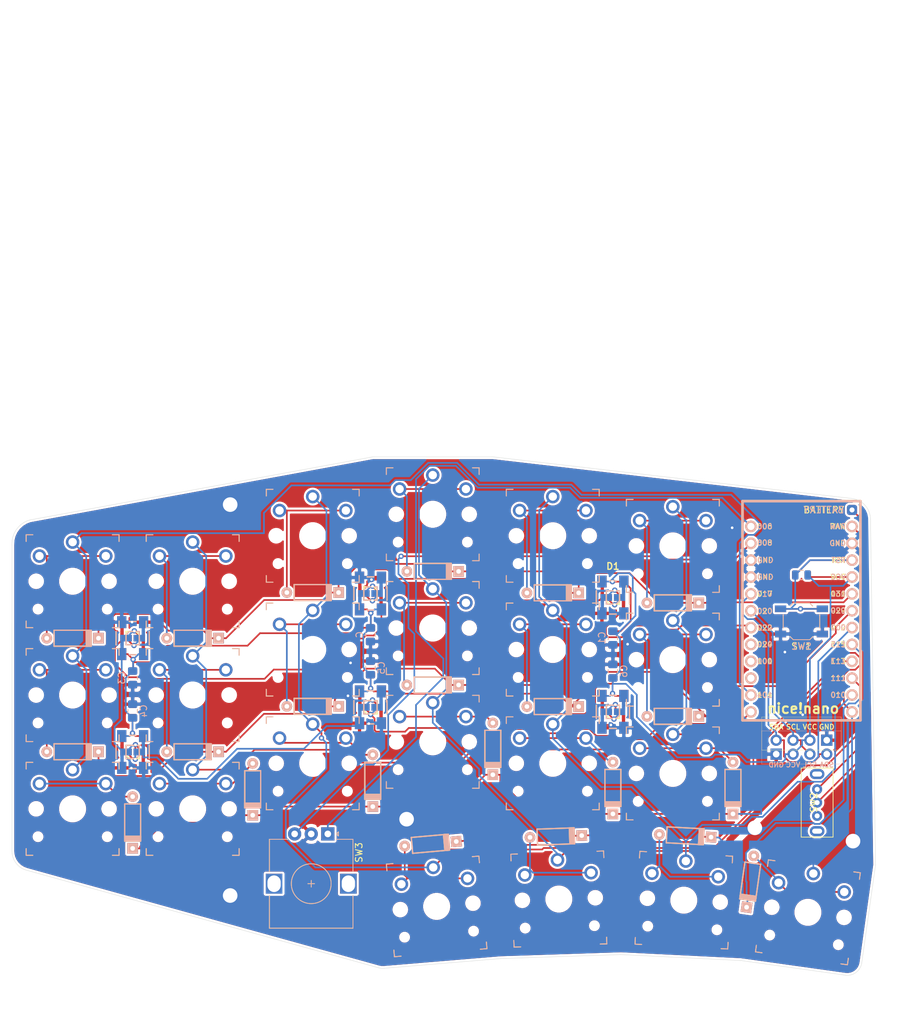
<source format=kicad_pcb>
(kicad_pcb (version 20171130) (host pcbnew "(5.1.6)-1")
  (layers (0 F.Cu signal) (31 B.Cu signal) (34 B.Paste user hide) (35 F.Paste user hide) (36 B.SilkS user) (37 F.SilkS user) (38 B.Mask user hide) (39 F.Mask user hide) (44 Edge.Cuts user))
  (net 0 "")
  (net 1 row1)
  (net 2 "Net-(D_A1-Pad2)")
  (net 3 "Net-(D_B1-Pad2)")
  (net 4 row2)
  (net 5 "Net-(D_C1-Pad2)")
  (net 6 "Net-(D_CAPS1-Pad2)")
  (net 7 "Net-(D_D1-Pad2)")
  (net 8 "Net-(D_E1-Pad2)")
  (net 9 row0)
  (net 10 "Net-(D_F1-Pad2)")
  (net 11 "Net-(D_G1-Pad2)")
  (net 12 row3)
  (net 13 "Net-(D_INNER1-Pad2)")
  (net 14 "Net-(D_OUTER1-Pad2)")
  (net 15 "Net-(D_Q1-Pad2)")
  (net 16 "Net-(D_R1-Pad2)")
  (net 17 "Net-(D_S1-Pad2)")
  (net 18 "Net-(D_SHIFT1-Pad2)")
  (net 19 "Net-(D_T1-Pad2)")
  (net 20 "Net-(D_TAB1-Pad2)")
  (net 21 "Net-(D_THUMB1-Pad2)")
  (net 22 "Net-(D_THUMB2-Pad2)")
  (net 23 "Net-(D_V1-Pad2)")
  (net 24 "Net-(D_W1-Pad2)")
  (net 25 "Net-(D_X1-Pad2)")
  (net 26 "Net-(D_Z1-Pad2)")
  (net 27 col1)
  (net 28 col5)
  (net 29 col3)
  (net 30 col0)
  (net 31 col4)
  (net 32 col2)
  (net 33 VCC)
  (net 34 "Net-(R1-Pad2)")
  (net 35 GND)
  (net 36 "Net-(D1-Pad2)")
  (net 37 "Net-(D2-Pad2)")
  (net 38 "Net-(D3-Pad2)")
  (net 39 "Net-(D4-Pad2)")
  (net 40 "Net-(D5-Pad2)")
  (net 41 "Net-(D6-Pad2)")
  (net 42 "Net-(SW2-Pad1)")
  (net 43 "Net-(U1-Pad10)")
  (net 44 "Net-(U1-Pad9)")
  (net 45 "Net-(U1-Pad8)")
  (net 46 "Net-(SW2-Pad3)")
  (net 47 SDA)
  (net 48 SCL)
  (net 49 battery)
  (net 50 encB)
  (net 51 encA)
  (net 52 led)
  (module MountingHole:MountingHole_2.2mm_M2 (layer F.Cu) (at 47.5 22.4)
    (fp_text reference Hole1 hide)
    (fp_text value MountingHole_2.2mm_M2 hide)
    (pad 1 np_thru_hole circle (at 0 0) (size 2.2 2.2) (drill 2.2) (layers *.Cu *.Mask))
  )
  (module MountingHole:MountingHole_2.2mm_M2 (layer F.Cu) (at 47.5 81.3)
    (fp_text reference Hole1 hide)
    (fp_text value MountingHole_2.2mm_M2 hide)
    (pad 1 np_thru_hole circle (at 0 0) (size 2.2 2.2) (drill 2.2) (layers *.Cu *.Mask))
  )
  (module MountingHole:MountingHole_2.2mm_M2 (layer F.Cu) (at 74.1 69.8)
    (fp_text reference Hole1 hide)
    (fp_text value MountingHole_2.2mm_M2 hide)
    (pad 1 np_thru_hole circle (at 0 0) (size 2.2 2.2) (drill 2.2) (layers *.Cu *.Mask))
  )
  (module MountingHole:MountingHole_2.2mm_M2 (layer F.Cu) (at 126.6 71.1)
    (fp_text reference Hole1 hide)
    (fp_text value MountingHole_2.2mm_M2 hide)
    (pad 1 np_thru_hole circle (at 0 0) (size 2.2 2.2) (drill 2.2) (layers *.Cu *.Mask))
  )
  (module MountingHole:MountingHole_2.2mm_M2 (layer F.Cu) (at 141.4 73.1)
    (fp_text reference Hole2 hide)
    (fp_text value MountingHole_2.2mm_M2 hide)
    (pad 1 np_thru_hole circle (at 0 0) (size 2.2 2.2) (drill 2.2) (layers *.Cu *.Mask))
  )
  (module "" (layer F.Cu) (at 76.93 -53.38)
    (fp_text reference "" (at 62.22 72.02) (layer F.SilkS) (effects (font (size 1.27 1.27))))
    (fp_text value "" (at 62.22 72.02) (layer F.SilkS) (effects (font (size 1.27 1.27))))
    (fp_text user BATTERY (at 60.07 76.58) (layer B.SilkS) (effects (justify mirror)))
  )
  (module Rotary_Encoder:RotaryEncoder_Alps_EC12E_Vertical_H20mm (layer F.Cu) (at 62.22 72.02 270)
    (fp_text reference SW3 (at 2.8 -4.7 270) (layer F.SilkS))
    (fp_text value Rotary_Encoder)
    (pad MP thru_hole rect (at 7.5 8.1 270) (size 3 2.5) (drill oval 2.5 2) (layers *.Cu *.Mask))
    (pad MP thru_hole rect (at 7.5 -3.1 270) (size 3 2.5) (drill oval 2.5 2) (layers *.Cu *.Mask))
    (pad B thru_hole circle (at 0 5 270) (size 2 2) (drill 1) (layers *.Cu *.Mask) (net 50 encB))
    (pad C thru_hole circle (at 0 2.5 270) (size 2 2) (drill 1) (layers *.Cu *.Mask) (net 35 GND))
    (pad A thru_hole rect (at 0 0 270) (size 2 2) (drill 1) (layers *.Cu *.Mask) (net 51 encA))
  )
  (module Capacitor_SMD:C_0805_Reversible (layer B.Cu) (at 32.8 48.5 270)
    (fp_text reference C3 (at 0 1.65 90) (layer B.SilkS) (effects (justify mirror)))
    (fp_text value 0.1uF)
    (pad 2 smd roundrect (at 1.025 0 270) (size 1.15 1.4) (layers F.Cu B.Paste B.Mask) (roundrect_rratio 0.217) (net 35 GND))
    (pad 1 smd roundrect (at -1.025 0 270) (size 1.15 1.4) (layers F.Cu B.Paste B.Mask) (roundrect_rratio 0.217) (net 33 VCC))
    (pad 1 smd roundrect (at -1.025 0 270) (size 1.15 1.4) (layers B.Cu B.Paste B.Mask) (roundrect_rratio 0.217391) (net 33 VCC))
    (pad 2 smd roundrect (at 1.025 0 270) (size 1.15 1.4) (layers B.Cu B.Paste B.Mask) (roundrect_rratio 0.217391) (net 35 GND))
  )
  (module keyboard_parts:D_axial_reversible (layer B.Cu) (at 125.9 79.2 82)
    (fp_text reference D_OUTER1 hide)
    (fp_text value D hide)
    (pad 1 thru_hole rect (at -3.9 0 82) (size 1.6 1.6) (drill 0.7) (layers *.Cu *.Mask B.SilkS) (net 12 row3))
    (pad 2 thru_hole circle (at 3.9 0 82) (size 1.6 1.6) (drill 0.7) (layers *.Cu *.Mask B.SilkS) (net 14 "Net-(D_OUTER1-Pad2)"))
  )
  (module general:THT-pad (layer F.Cu) (at 141.2 22.6)
    (fp_text reference BATTERY (at -4.2 0.6) (layer F.SilkS))
    (fp_text value THT-pad hide)
    (pad 1 thru_hole roundrect (at 0.05 0.6) (size 1.524 1.524) (drill 0.762) (layers *.Cu *.Mask) (net 49 battery))
  )
  (module Button_Switch_SMD:SW_SPST_TL3342 (layer B.Cu) (at 133.63 40)
    (fp_text reference SW1 (at 0 3.75 180) (layer B.SilkS) (effects (justify mirror)))
    (fp_text value SW_Push)
    (fp_text user SW1 (at 0 3.75 180) (layer F.SilkS))
    (pad 1 smd rect (at -3.15 1.9) (size 1.7 1) (layers B.Cu B.Paste B.Mask) (net 35 GND))
    (pad 1 smd rect (at 3.15 1.9) (size 1.7 1) (layers B.Cu B.Paste B.Mask) (net 35 GND))
    (pad 2 smd rect (at -3.15 -1.9) (size 1.7 1) (layers B.Cu B.Paste B.Mask) (net 34 "Net-(R1-Pad2)"))
    (pad 2 smd rect (at 3.15 -1.9) (size 1.7 1) (layers B.Cu B.Paste B.Mask) (net 34 "Net-(R1-Pad2)"))
    (pad 1 smd rect (at 3.15 1.9) (size 1.7 1) (layers F.Cu F.Paste F.Mask) (net 35 GND))
    (pad 2 smd rect (at -3.15 -1.9) (size 1.7 1) (layers F.Cu F.Paste F.Mask) (net 34 "Net-(R1-Pad2)"))
    (pad 2 smd rect (at 3.15 -1.9) (size 1.7 1) (layers F.Cu F.Paste F.Mask) (net 34 "Net-(R1-Pad2)"))
    (pad 1 smd rect (at -3.15 1.9) (size 1.7 1) (layers F.Cu F.Paste F.Mask) (net 35 GND))
  )
  (module keyboard_parts:D_axial_reversible (layer B.Cu) (at 78.0412 49.58 180)
    (fp_text reference D_D1 hide)
    (fp_text value D hide)
    (pad 1 thru_hole rect (at -3.9 0 180) (size 1.6 1.6) (drill 0.7) (layers *.Cu *.Mask B.SilkS) (net 1 row1))
    (pad 2 thru_hole circle (at 3.9 0 180) (size 1.6 1.6) (drill 0.7) (layers *.Cu *.Mask B.SilkS) (net 7 "Net-(D_D1-Pad2)"))
  )
  (module keyboard_parts:D_axial_reversible (layer B.Cu) (at 41.8462 59.64 180)
    (fp_text reference D_A1 hide)
    (fp_text value D)
    (pad 1 thru_hole rect (at -3.9 0 180) (size 1.6 1.6) (drill 0.7) (layers *.Cu *.Mask B.SilkS) (net 1 row1))
    (pad 2 thru_hole circle (at 3.9 0 180) (size 1.6 1.6) (drill 0.7) (layers *.Cu *.Mask B.SilkS) (net 2 "Net-(D_A1-Pad2)"))
  )
  (module keyboard_parts:D_axial_reversible (layer B.Cu) (at 123.3 65.1 90)
    (fp_text reference D_B1 hide)
    (fp_text value D hide)
    (pad 1 thru_hole rect (at -3.9 0 90) (size 1.6 1.6) (drill 0.7) (layers *.Cu *.Mask B.SilkS) (net 4 row2))
    (pad 2 thru_hole circle (at 3.9 0 90) (size 1.6 1.6) (drill 0.7) (layers *.Cu *.Mask B.SilkS) (net 3 "Net-(D_B1-Pad2)"))
  )
  (module keyboard_parts:D_axial_reversible (layer B.Cu) (at 87.1 59.2 90)
    (fp_text reference D_C1 hide)
    (fp_text value D hide)
    (pad 1 thru_hole rect (at -3.9 0 90) (size 1.6 1.6) (drill 0.7) (layers *.Cu *.Mask B.SilkS) (net 4 row2))
    (pad 2 thru_hole circle (at 3.9 0 90) (size 1.6 1.6) (drill 0.7) (layers *.Cu *.Mask B.SilkS) (net 5 "Net-(D_C1-Pad2)"))
  )
  (module keyboard_parts:D_axial_reversible (layer B.Cu) (at 23.7488 59.64 180)
    (fp_text reference D_CAPS1 hide)
    (fp_text value D hide)
    (pad 1 thru_hole rect (at -3.9 0 180) (size 1.6 1.6) (drill 0.7) (layers *.Cu *.Mask B.SilkS) (net 1 row1))
    (pad 2 thru_hole circle (at 3.9 0 180) (size 1.6 1.6) (drill 0.7) (layers *.Cu *.Mask B.SilkS) (net 6 "Net-(D_CAPS1-Pad2)"))
  )
  (module keyboard_parts:D_axial_reversible (layer B.Cu) (at 78.0412 32.46 180)
    (fp_text reference D_E1 hide)
    (fp_text value D hide)
    (pad 1 thru_hole rect (at -3.9 0 180) (size 1.6 1.6) (drill 0.7) (layers *.Cu *.Mask B.SilkS) (net 9 row0))
    (pad 2 thru_hole circle (at 3.9 0 180) (size 1.6 1.6) (drill 0.7) (layers *.Cu *.Mask B.SilkS) (net 8 "Net-(D_E1-Pad2)"))
  )
  (module keyboard_parts:D_axial_reversible (layer B.Cu) (at 96.1388 52.83 180)
    (fp_text reference D_F1 hide)
    (fp_text value D hide)
    (pad 1 thru_hole rect (at -3.9 0 180) (size 1.6 1.6) (drill 0.7) (layers *.Cu *.Mask B.SilkS) (net 1 row1))
    (pad 2 thru_hole circle (at 3.9 0 180) (size 1.6 1.6) (drill 0.7) (layers *.Cu *.Mask B.SilkS) (net 10 "Net-(D_F1-Pad2)"))
  )
  (module keyboard_parts:D_axial_reversible (layer B.Cu) (at 114.236 54.3 180)
    (fp_text reference D_G1 hide)
    (fp_text value D hide)
    (pad 1 thru_hole rect (at -3.9 0 180) (size 1.6 1.6) (drill 0.7) (layers *.Cu *.Mask B.SilkS) (net 1 row1))
    (pad 2 thru_hole circle (at 3.9 0 180) (size 1.6 1.6) (drill 0.7) (layers *.Cu *.Mask B.SilkS) (net 11 "Net-(D_G1-Pad2)"))
  )
  (module keyboard_parts:D_axial_reversible (layer B.Cu) (at 77.7 73.5 185)
    (fp_text reference D_INNER1 hide)
    (fp_text value D hide)
    (pad 1 thru_hole rect (at -3.9 0 185) (size 1.6 1.6) (drill 0.7) (layers *.Cu *.Mask B.SilkS) (net 12 row3))
    (pad 2 thru_hole circle (at 3.9 0 185) (size 1.6 1.6) (drill 0.7) (layers *.Cu *.Mask B.SilkS) (net 13 "Net-(D_INNER1-Pad2)"))
  )
  (module keyboard_parts:D_axial_reversible (layer B.Cu) (at 41.8462 42.53 180)
    (fp_text reference D_Q1 hide)
    (fp_text value D hide)
    (pad 1 thru_hole rect (at -3.9 0 180) (size 1.6 1.6) (drill 0.7) (layers *.Cu *.Mask B.SilkS) (net 9 row0))
    (pad 2 thru_hole circle (at 3.9 0 180) (size 1.6 1.6) (drill 0.7) (layers *.Cu *.Mask B.SilkS) (net 15 "Net-(D_Q1-Pad2)"))
  )
  (module keyboard_parts:D_axial_reversible (layer B.Cu) (at 96.1388 35.7 180)
    (fp_text reference D_R1 hide)
    (fp_text value D hide)
    (pad 1 thru_hole rect (at -3.9 0 180) (size 1.6 1.6) (drill 0.7) (layers *.Cu *.Mask B.SilkS) (net 9 row0))
    (pad 2 thru_hole circle (at 3.9 0 180) (size 1.6 1.6) (drill 0.7) (layers *.Cu *.Mask B.SilkS) (net 16 "Net-(D_R1-Pad2)"))
  )
  (module keyboard_parts:D_axial_reversible (layer B.Cu) (at 59.9438 52.8 180)
    (fp_text reference D_S1 hide)
    (fp_text value D hide)
    (pad 1 thru_hole rect (at -3.9 0 180) (size 1.6 1.6) (drill 0.7) (layers *.Cu *.Mask B.SilkS) (net 1 row1))
    (pad 2 thru_hole circle (at 3.9 0 180) (size 1.6 1.6) (drill 0.7) (layers *.Cu *.Mask B.SilkS) (net 17 "Net-(D_S1-Pad2)"))
  )
  (module keyboard_parts:D_axial_reversible (layer B.Cu) (at 32.8 70.3 90)
    (fp_text reference D_SHIFT1 hide)
    (fp_text value D hide)
    (pad 1 thru_hole rect (at -3.9 0 90) (size 1.6 1.6) (drill 0.7) (layers *.Cu *.Mask B.SilkS) (net 4 row2))
    (pad 2 thru_hole circle (at 3.9 0 90) (size 1.6 1.6) (drill 0.7) (layers *.Cu *.Mask B.SilkS) (net 18 "Net-(D_SHIFT1-Pad2)"))
  )
  (module keyboard_parts:D_axial_reversible (layer B.Cu) (at 114.236 37.2 180)
    (fp_text reference D_T1 hide)
    (fp_text value D hide)
    (pad 1 thru_hole rect (at -3.9 0 180) (size 1.6 1.6) (drill 0.7) (layers *.Cu *.Mask B.SilkS) (net 9 row0))
    (pad 2 thru_hole circle (at 3.9 0 180) (size 1.6 1.6) (drill 0.7) (layers *.Cu *.Mask B.SilkS) (net 19 "Net-(D_T1-Pad2)"))
  )
  (module keyboard_parts:D_axial_reversible (layer B.Cu) (at 23.7488 42.53 180)
    (fp_text reference D_TAB1 hide)
    (fp_text value D hide)
    (pad 1 thru_hole rect (at -3.9 0 180) (size 1.6 1.6) (drill 0.7) (layers *.Cu *.Mask B.SilkS) (net 9 row0))
    (pad 2 thru_hole circle (at 3.9 0 180) (size 1.6 1.6) (drill 0.7) (layers *.Cu *.Mask B.SilkS) (net 20 "Net-(D_TAB1-Pad2)"))
  )
  (module keyboard_parts:D_axial_reversible (layer B.Cu) (at 96.6 72.4 182)
    (fp_text reference D_THUMB1 hide)
    (fp_text value D hide)
    (pad 2 thru_hole circle (at 3.9 0 182) (size 1.6 1.6) (drill 0.7) (layers *.Cu *.Mask B.SilkS) (net 21 "Net-(D_THUMB1-Pad2)"))
    (pad 1 thru_hole rect (at -3.9 0 182) (size 1.6 1.6) (drill 0.7) (layers *.Cu *.Mask B.SilkS) (net 12 row3))
  )
  (module keyboard_parts:D_axial_reversible (layer B.Cu) (at 116.1 72.3 177)
    (fp_text reference D_THUMB2 hide)
    (fp_text value D hide)
    (pad 1 thru_hole rect (at -3.9 0 177) (size 1.6 1.6) (drill 0.7) (layers *.Cu *.Mask B.SilkS) (net 12 row3))
    (pad 2 thru_hole circle (at 3.9 0 177) (size 1.6 1.6) (drill 0.7) (layers *.Cu *.Mask B.SilkS) (net 22 "Net-(D_THUMB2-Pad2)"))
  )
  (module keyboard_parts:D_axial_reversible (layer B.Cu) (at 105.2 65.1 90)
    (fp_text reference D_V1 hide)
    (fp_text value D)
    (pad 1 thru_hole rect (at -3.9 0 90) (size 1.6 1.6) (drill 0.7) (layers *.Cu *.Mask B.SilkS) (net 4 row2))
    (pad 2 thru_hole circle (at 3.9 0 90) (size 1.6 1.6) (drill 0.7) (layers *.Cu *.Mask B.SilkS) (net 23 "Net-(D_V1-Pad2)"))
  )
  (module keyboard_parts:D_axial_reversible (layer B.Cu) (at 59.9438 35.65 180)
    (fp_text reference D_W1 hide)
    (fp_text value D hide)
    (pad 1 thru_hole rect (at -3.9 0 180) (size 1.6 1.6) (drill 0.7) (layers *.Cu *.Mask B.SilkS) (net 9 row0))
    (pad 2 thru_hole circle (at 3.9 0 180) (size 1.6 1.6) (drill 0.7) (layers *.Cu *.Mask B.SilkS) (net 24 "Net-(D_W1-Pad2)"))
  )
  (module keyboard_parts:D_axial_reversible (layer B.Cu) (at 69 64 90)
    (fp_text reference D_X1 hide)
    (fp_text value D)
    (pad 1 thru_hole rect (at -3.9 0 90) (size 1.6 1.6) (drill 0.7) (layers *.Cu *.Mask B.SilkS) (net 4 row2))
    (pad 2 thru_hole circle (at 3.9 0 90) (size 1.6 1.6) (drill 0.7) (layers *.Cu *.Mask B.SilkS) (net 25 "Net-(D_X1-Pad2)"))
  )
  (module keyboard_parts:D_axial_reversible (layer B.Cu) (at 50.9 65.3 90)
    (fp_text reference D_Z1 hide)
    (fp_text value D)
    (pad 1 thru_hole rect (at -3.9 0 90) (size 1.6 1.6) (drill 0.7) (layers *.Cu *.Mask B.SilkS) (net 4 row2))
    (pad 2 thru_hole circle (at 3.9 0 90) (size 1.6 1.6) (drill 0.7) (layers *.Cu *.Mask B.SilkS) (net 26 "Net-(D_Z1-Pad2)"))
  )
  (module Resistors_SMD:R_0805_2012Metric (layer B.Cu) (at 133.63 33 180)
    (fp_text reference R1 hide)
    (fp_text value 10k)
    (pad 1 smd roundrect (at -0.9375 0 180) (size 0.975 1.4) (layers B.Cu B.Paste B.Mask) (net 33 VCC))
    (pad 2 smd roundrect (at 0.9375 0 180) (size 0.975 1.4) (layers B.Cu B.Paste B.Mask) (net 34 "Net-(R1-Pad2)"))
    (pad 2 smd roundrect (at 0.9375 0 180) (size 0.975 1.4) (layers F.Cu B.Paste B.Mask) (net 34 "Net-(R1-Pad2)"))
    (pad 1 smd roundrect (at -0.9375 0 180) (size 0.975 1.4) (layers F.Cu B.Paste B.Mask) (net 33 VCC))
  )
  (module WS2812B:WS2812B_data-bridgeable_Reversible (layer F.Cu) (at 105.2 36.39)
    (fp_text reference D1 (at 0 -4.7) (layer F.SilkS) (effects (font (thickness 0.2))))
    (fp_text value WS2812B_data-bridgeable_Reversible hide)
    (pad 2 smd rect (at 1.6 -0.3) (size 0.5 1.6) (layers B.Cu) (net 36 "Net-(D1-Pad2)"))
    (pad 2 smd rect (at 1.6 -1) (size 0.5 3) (layers B.Cu) (net 36 "Net-(D1-Pad2)"))
    (pad 2 smd rect (at 1 0) (size 1.7 1) (layers B.Cu) (net 36 "Net-(D1-Pad2)"))
    (pad 4 smd rect (at -1 0) (size 1.7 1) (layers B.Cu) (net 52 led))
    (pad 4 smd rect (at -1.6 1) (size 0.5 3) (layers B.Cu) (net 52 led))
    (pad 4 smd rect (at -1.6 0.3) (size 0.5 1.6) (layers B.Cu) (net 52 led))
    (pad 2 smd rect (at 0.4 0) (size 0.5 1) (layers B.Cu F.Mask) (net 36 "Net-(D1-Pad2)"))
    (pad 1 smd rect (at -1.65 -2.4) (size 1.4 1.8) (layers B.Cu F.Paste F.Mask) (net 33 VCC))
    (pad 2 smd rect (at 1.65 -2.4) (size 1.4 1.8) (layers B.Cu F.Paste F.Mask) (net 36 "Net-(D1-Pad2)"))
    (pad 4 smd rect (at -1.65 2.4) (size 1.4 1.8) (layers B.Cu F.Paste F.Mask) (net 52 led))
    (pad 3 smd rect (at 1.65 2.4) (size 1.4 1.8) (layers B.Cu F.Paste F.Mask) (net 35 GND))
    (pad 4 smd rect (at -0.4 0) (size 0.5 1) (layers B.Cu F.Mask) (net 52 led))
    (pad 3 smd rect (at -1.65 2.4) (size 1.4 1.8) (layers F.Cu F.Paste F.Mask) (net 35 GND))
    (pad 1 smd rect (at 1.65 -2.4) (size 1.4 1.8) (layers F.Cu F.Paste F.Mask) (net 33 VCC))
    (pad 2 smd rect (at -1.65 -2.4) (size 1.4 1.8) (layers F.Cu F.Paste F.Mask) (net 36 "Net-(D1-Pad2)"))
    (pad 2 smd rect (at -0.4 0) (size 0.5 1) (layers F.Cu F.Mask) (net 36 "Net-(D1-Pad2)"))
    (pad 4 smd rect (at 0.4 0) (size 0.5 1) (layers F.Cu F.Mask) (net 52 led))
    (pad 2 smd rect (at -1.6 -0.3) (size 0.5 1.6) (layers F.Cu) (net 36 "Net-(D1-Pad2)"))
    (pad 4 smd rect (at 1.65 2.4) (size 1.4 1.8) (layers F.Cu F.Paste F.Mask) (net 52 led))
    (pad 4 smd rect (at 1.6 1) (size 0.5 3) (layers F.Cu) (net 52 led))
    (pad 2 smd rect (at -1.6 -1) (size 0.5 3) (layers F.Cu) (net 36 "Net-(D1-Pad2)"))
    (pad 4 smd rect (at 1.6 0.3) (size 0.5 1.6) (layers F.Cu) (net 52 led))
    (pad 2 smd rect (at -1 0) (size 1.7 1) (layers F.Cu) (net 36 "Net-(D1-Pad2)"))
    (pad 4 smd rect (at 1 0) (size 1.7 1) (layers F.Cu) (net 52 led))
  )
  (module WS2812B:WS2812B_data-bridgeable_Reversible (layer B.Cu) (at 68.65 35.79)
    (fp_text reference D2 hide)
    (fp_text value WS2812B_data-bridgeable_Reversible hide)
    (pad 2 smd rect (at 1.6 0.3) (size 0.5 1.6) (layers F.Cu) (net 37 "Net-(D2-Pad2)"))
    (pad 2 smd rect (at 1.6 1) (size 0.5 3) (layers F.Cu) (net 37 "Net-(D2-Pad2)"))
    (pad 2 smd rect (at 1 0) (size 1.7 1) (layers F.Cu) (net 37 "Net-(D2-Pad2)"))
    (pad 4 smd rect (at -1 0) (size 1.7 1) (layers F.Cu) (net 36 "Net-(D1-Pad2)"))
    (pad 4 smd rect (at -1.6 -1) (size 0.5 3) (layers F.Cu) (net 36 "Net-(D1-Pad2)"))
    (pad 4 smd rect (at -1.6 -0.3) (size 0.5 1.6) (layers F.Cu) (net 36 "Net-(D1-Pad2)"))
    (pad 2 smd rect (at 0.4 0) (size 0.5 1) (layers F.Cu B.Mask) (net 37 "Net-(D2-Pad2)"))
    (pad 1 smd rect (at -1.65 2.4) (size 1.4 1.8) (layers F.Cu B.Paste B.Mask) (net 33 VCC))
    (pad 2 smd rect (at 1.65 2.4) (size 1.4 1.8) (layers F.Cu B.Paste B.Mask) (net 37 "Net-(D2-Pad2)"))
    (pad 4 smd rect (at -1.65 -2.4) (size 1.4 1.8) (layers F.Cu B.Paste B.Mask) (net 36 "Net-(D1-Pad2)"))
    (pad 3 smd rect (at 1.65 -2.4) (size 1.4 1.8) (layers F.Cu B.Paste B.Mask) (net 35 GND))
    (pad 4 smd rect (at -0.4 0) (size 0.5 1) (layers F.Cu B.Mask) (net 36 "Net-(D1-Pad2)"))
    (pad 3 smd rect (at -1.65 -2.4) (size 1.4 1.8) (layers B.Cu B.Paste B.Mask) (net 35 GND))
    (pad 1 smd rect (at 1.65 2.4) (size 1.4 1.8) (layers B.Cu B.Paste B.Mask) (net 33 VCC))
    (pad 2 smd rect (at -1.65 2.4) (size 1.4 1.8) (layers B.Cu B.Paste B.Mask) (net 37 "Net-(D2-Pad2)"))
    (pad 2 smd rect (at -0.4 0) (size 0.5 1) (layers B.Cu B.Mask) (net 37 "Net-(D2-Pad2)"))
    (pad 4 smd rect (at 0.4 0) (size 0.5 1) (layers B.Cu B.Mask) (net 36 "Net-(D1-Pad2)"))
    (pad 2 smd rect (at -1.6 0.3) (size 0.5 1.6) (layers B.Cu) (net 37 "Net-(D2-Pad2)"))
    (pad 4 smd rect (at 1.65 -2.4) (size 1.4 1.8) (layers B.Cu B.Paste B.Mask) (net 36 "Net-(D1-Pad2)"))
    (pad 4 smd rect (at 1.6 -1) (size 0.5 3) (layers B.Cu) (net 36 "Net-(D1-Pad2)"))
    (pad 2 smd rect (at -1.6 1) (size 0.5 3) (layers B.Cu) (net 37 "Net-(D2-Pad2)"))
    (pad 4 smd rect (at 1.6 -0.3) (size 0.5 1.6) (layers B.Cu) (net 36 "Net-(D1-Pad2)"))
    (pad 2 smd rect (at -1 0) (size 1.7 1) (layers B.Cu) (net 37 "Net-(D2-Pad2)"))
    (pad 4 smd rect (at 1 0) (size 1.7 1) (layers B.Cu) (net 36 "Net-(D1-Pad2)"))
  )
  (module WS2812B:WS2812B_data-bridgeable_Reversible (layer B.Cu) (at 32.8 42.52)
    (fp_text reference D3 hide)
    (fp_text value WS2812B_data-bridgeable_Reversible hide)
    (pad 2 smd rect (at 1.6 0.3) (size 0.5 1.6) (layers F.Cu) (net 38 "Net-(D3-Pad2)"))
    (pad 2 smd rect (at 1.6 1) (size 0.5 3) (layers F.Cu) (net 38 "Net-(D3-Pad2)"))
    (pad 2 smd rect (at 1 0) (size 1.7 1) (layers F.Cu) (net 38 "Net-(D3-Pad2)"))
    (pad 4 smd rect (at -1 0) (size 1.7 1) (layers F.Cu) (net 37 "Net-(D2-Pad2)"))
    (pad 4 smd rect (at -1.6 -1) (size 0.5 3) (layers F.Cu) (net 37 "Net-(D2-Pad2)"))
    (pad 4 smd rect (at -1.6 -0.3) (size 0.5 1.6) (layers F.Cu) (net 37 "Net-(D2-Pad2)"))
    (pad 2 smd rect (at 0.4 0) (size 0.5 1) (layers F.Cu B.Mask) (net 38 "Net-(D3-Pad2)"))
    (pad 1 smd rect (at -1.65 2.4) (size 1.4 1.8) (layers F.Cu B.Paste B.Mask) (net 33 VCC))
    (pad 2 smd rect (at 1.65 2.4) (size 1.4 1.8) (layers F.Cu B.Paste B.Mask) (net 38 "Net-(D3-Pad2)"))
    (pad 4 smd rect (at -1.65 -2.4) (size 1.4 1.8) (layers F.Cu B.Paste B.Mask) (net 37 "Net-(D2-Pad2)"))
    (pad 3 smd rect (at 1.65 -2.4) (size 1.4 1.8) (layers F.Cu B.Paste B.Mask) (net 35 GND))
    (pad 4 smd rect (at -0.4 0) (size 0.5 1) (layers F.Cu B.Mask) (net 37 "Net-(D2-Pad2)"))
    (pad 3 smd rect (at -1.65 -2.4) (size 1.4 1.8) (layers B.Cu B.Paste B.Mask) (net 35 GND))
    (pad 1 smd rect (at 1.65 2.4) (size 1.4 1.8) (layers B.Cu B.Paste B.Mask) (net 33 VCC))
    (pad 2 smd rect (at -1.65 2.4) (size 1.4 1.8) (layers B.Cu B.Paste B.Mask) (net 38 "Net-(D3-Pad2)"))
    (pad 2 smd rect (at -0.4 0) (size 0.5 1) (layers B.Cu B.Mask) (net 38 "Net-(D3-Pad2)"))
    (pad 4 smd rect (at 0.4 0) (size 0.5 1) (layers B.Cu B.Mask) (net 37 "Net-(D2-Pad2)"))
    (pad 2 smd rect (at -1.6 0.3) (size 0.5 1.6) (layers B.Cu) (net 38 "Net-(D3-Pad2)"))
    (pad 4 smd rect (at 1.65 -2.4) (size 1.4 1.8) (layers B.Cu B.Paste B.Mask) (net 37 "Net-(D2-Pad2)"))
    (pad 4 smd rect (at 1.6 -1) (size 0.5 3) (layers B.Cu) (net 37 "Net-(D2-Pad2)"))
    (pad 2 smd rect (at -1.6 1) (size 0.5 3) (layers B.Cu) (net 38 "Net-(D3-Pad2)"))
    (pad 4 smd rect (at 1.6 -0.3) (size 0.5 1.6) (layers B.Cu) (net 37 "Net-(D2-Pad2)"))
    (pad 2 smd rect (at -1 0) (size 1.7 1) (layers B.Cu) (net 38 "Net-(D3-Pad2)"))
    (pad 4 smd rect (at 1 0) (size 1.7 1) (layers B.Cu) (net 37 "Net-(D2-Pad2)"))
  )
  (module WS2812B:WS2812B_data-bridgeable_Reversible (layer B.Cu) (at 32.8 59.67 180)
    (fp_text reference D4 hide)
    (fp_text value WS2812B_data-bridgeable_Reversible hide)
    (pad 2 smd rect (at 1.6 0.3 180) (size 0.5 1.6) (layers F.Cu) (net 39 "Net-(D4-Pad2)"))
    (pad 2 smd rect (at 1.6 1 180) (size 0.5 3) (layers F.Cu) (net 39 "Net-(D4-Pad2)"))
    (pad 2 smd rect (at 1 0 180) (size 1.7 1) (layers F.Cu) (net 39 "Net-(D4-Pad2)"))
    (pad 4 smd rect (at -1 0 180) (size 1.7 1) (layers F.Cu) (net 38 "Net-(D3-Pad2)"))
    (pad 4 smd rect (at -1.6 -1 180) (size 0.5 3) (layers F.Cu) (net 38 "Net-(D3-Pad2)"))
    (pad 4 smd rect (at -1.6 -0.3 180) (size 0.5 1.6) (layers F.Cu) (net 38 "Net-(D3-Pad2)"))
    (pad 2 smd rect (at 0.4 0 180) (size 0.5 1) (layers F.Cu B.Mask) (net 39 "Net-(D4-Pad2)"))
    (pad 1 smd rect (at -1.65 2.4 180) (size 1.4 1.8) (layers F.Cu B.Paste B.Mask) (net 33 VCC))
    (pad 2 smd rect (at 1.65 2.4 180) (size 1.4 1.8) (layers F.Cu B.Paste B.Mask) (net 39 "Net-(D4-Pad2)"))
    (pad 4 smd rect (at -1.65 -2.4 180) (size 1.4 1.8) (layers F.Cu B.Paste B.Mask) (net 38 "Net-(D3-Pad2)"))
    (pad 3 smd rect (at 1.65 -2.4 180) (size 1.4 1.8) (layers F.Cu B.Paste B.Mask) (net 35 GND))
    (pad 4 smd rect (at -0.4 0 180) (size 0.5 1) (layers F.Cu B.Mask) (net 38 "Net-(D3-Pad2)"))
    (pad 3 smd rect (at -1.65 -2.4 180) (size 1.4 1.8) (layers B.Cu B.Paste B.Mask) (net 35 GND))
    (pad 1 smd rect (at 1.65 2.4 180) (size 1.4 1.8) (layers B.Cu B.Paste B.Mask) (net 33 VCC))
    (pad 2 smd rect (at -1.65 2.4 180) (size 1.4 1.8) (layers B.Cu B.Paste B.Mask) (net 39 "Net-(D4-Pad2)"))
    (pad 2 smd rect (at -0.4 0 180) (size 0.5 1) (layers B.Cu B.Mask) (net 39 "Net-(D4-Pad2)"))
    (pad 4 smd rect (at 0.4 0 180) (size 0.5 1) (layers B.Cu B.Mask) (net 38 "Net-(D3-Pad2)"))
    (pad 2 smd rect (at -1.6 0.3 180) (size 0.5 1.6) (layers B.Cu) (net 39 "Net-(D4-Pad2)"))
    (pad 4 smd rect (at 1.65 -2.4 180) (size 1.4 1.8) (layers B.Cu B.Paste B.Mask) (net 38 "Net-(D3-Pad2)"))
    (pad 4 smd rect (at 1.6 -1 180) (size 0.5 3) (layers B.Cu) (net 38 "Net-(D3-Pad2)"))
    (pad 2 smd rect (at -1.6 1 180) (size 0.5 3) (layers B.Cu) (net 39 "Net-(D4-Pad2)"))
    (pad 4 smd rect (at 1.6 -0.3 180) (size 0.5 1.6) (layers B.Cu) (net 38 "Net-(D3-Pad2)"))
    (pad 2 smd rect (at -1 0 180) (size 1.7 1) (layers B.Cu) (net 39 "Net-(D4-Pad2)"))
    (pad 4 smd rect (at 1 0 180) (size 1.7 1) (layers B.Cu) (net 38 "Net-(D3-Pad2)"))
  )
  (module WS2812B:WS2812B_data-bridgeable_Reversible (layer B.Cu) (at 68.65 52.94 180)
    (fp_text reference D5 hide)
    (fp_text value WS2812B_data-bridgeable_Reversible hide)
    (pad 2 smd rect (at 1.6 0.3 180) (size 0.5 1.6) (layers F.Cu) (net 40 "Net-(D5-Pad2)"))
    (pad 2 smd rect (at 1.6 1 180) (size 0.5 3) (layers F.Cu) (net 40 "Net-(D5-Pad2)"))
    (pad 2 smd rect (at 1 0 180) (size 1.7 1) (layers F.Cu) (net 40 "Net-(D5-Pad2)"))
    (pad 4 smd rect (at -1 0 180) (size 1.7 1) (layers F.Cu) (net 39 "Net-(D4-Pad2)"))
    (pad 4 smd rect (at -1.6 -1 180) (size 0.5 3) (layers F.Cu) (net 39 "Net-(D4-Pad2)"))
    (pad 4 smd rect (at -1.6 -0.3 180) (size 0.5 1.6) (layers F.Cu) (net 39 "Net-(D4-Pad2)"))
    (pad 2 smd rect (at 0.4 0 180) (size 0.5 1) (layers F.Cu B.Mask) (net 40 "Net-(D5-Pad2)"))
    (pad 1 smd rect (at -1.65 2.4 180) (size 1.4 1.8) (layers F.Cu B.Paste B.Mask) (net 33 VCC))
    (pad 2 smd rect (at 1.65 2.4 180) (size 1.4 1.8) (layers F.Cu B.Paste B.Mask) (net 40 "Net-(D5-Pad2)"))
    (pad 4 smd rect (at -1.65 -2.4 180) (size 1.4 1.8) (layers F.Cu B.Paste B.Mask) (net 39 "Net-(D4-Pad2)"))
    (pad 3 smd rect (at 1.65 -2.4 180) (size 1.4 1.8) (layers F.Cu B.Paste B.Mask) (net 35 GND))
    (pad 4 smd rect (at -0.4 0 180) (size 0.5 1) (layers F.Cu B.Mask) (net 39 "Net-(D4-Pad2)"))
    (pad 3 smd rect (at -1.65 -2.4 180) (size 1.4 1.8) (layers B.Cu B.Paste B.Mask) (net 35 GND))
    (pad 1 smd rect (at 1.65 2.4 180) (size 1.4 1.8) (layers B.Cu B.Paste B.Mask) (net 33 VCC))
    (pad 2 smd rect (at -1.65 2.4 180) (size 1.4 1.8) (layers B.Cu B.Paste B.Mask) (net 40 "Net-(D5-Pad2)"))
    (pad 2 smd rect (at -0.4 0 180) (size 0.5 1) (layers B.Cu B.Mask) (net 40 "Net-(D5-Pad2)"))
    (pad 4 smd rect (at 0.4 0 180) (size 0.5 1) (layers B.Cu B.Mask) (net 39 "Net-(D4-Pad2)"))
    (pad 2 smd rect (at -1.6 0.3 180) (size 0.5 1.6) (layers B.Cu) (net 40 "Net-(D5-Pad2)"))
    (pad 4 smd rect (at 1.65 -2.4 180) (size 1.4 1.8) (layers B.Cu B.Paste B.Mask) (net 39 "Net-(D4-Pad2)"))
    (pad 4 smd rect (at 1.6 -1 180) (size 0.5 3) (layers B.Cu) (net 39 "Net-(D4-Pad2)"))
    (pad 2 smd rect (at -1.6 1 180) (size 0.5 3) (layers B.Cu) (net 40 "Net-(D5-Pad2)"))
    (pad 4 smd rect (at 1.6 -0.3 180) (size 0.5 1.6) (layers B.Cu) (net 39 "Net-(D4-Pad2)"))
    (pad 2 smd rect (at -1 0 180) (size 1.7 1) (layers B.Cu) (net 40 "Net-(D5-Pad2)"))
    (pad 4 smd rect (at 1 0 180) (size 1.7 1) (layers B.Cu) (net 39 "Net-(D4-Pad2)"))
  )
  (module WS2812B:WS2812B_data-bridgeable_Reversible (layer B.Cu) (at 105.2 53.62 180)
    (fp_text reference D6 hide)
    (fp_text value WS2812B_data-bridgeable_Reversible hide)
    (pad 2 smd rect (at 1.6 0.3 180) (size 0.5 1.6) (layers F.Cu) (net 41 "Net-(D6-Pad2)"))
    (pad 2 smd rect (at 1.6 1 180) (size 0.5 3) (layers F.Cu) (net 41 "Net-(D6-Pad2)"))
    (pad 2 smd rect (at 1 0 180) (size 1.7 1) (layers F.Cu) (net 41 "Net-(D6-Pad2)"))
    (pad 4 smd rect (at -1 0 180) (size 1.7 1) (layers F.Cu) (net 40 "Net-(D5-Pad2)"))
    (pad 4 smd rect (at -1.6 -1 180) (size 0.5 3) (layers F.Cu) (net 40 "Net-(D5-Pad2)"))
    (pad 4 smd rect (at -1.6 -0.3 180) (size 0.5 1.6) (layers F.Cu) (net 40 "Net-(D5-Pad2)"))
    (pad 2 smd rect (at 0.4 0 180) (size 0.5 1) (layers F.Cu B.Mask) (net 41 "Net-(D6-Pad2)"))
    (pad 1 smd rect (at -1.65 2.4 180) (size 1.4 1.8) (layers F.Cu B.Paste B.Mask) (net 33 VCC))
    (pad 2 smd rect (at 1.65 2.4 180) (size 1.4 1.8) (layers F.Cu B.Paste B.Mask) (net 41 "Net-(D6-Pad2)"))
    (pad 4 smd rect (at -1.65 -2.4 180) (size 1.4 1.8) (layers F.Cu B.Paste B.Mask) (net 40 "Net-(D5-Pad2)"))
    (pad 3 smd rect (at 1.65 -2.4 180) (size 1.4 1.8) (layers F.Cu B.Paste B.Mask) (net 35 GND))
    (pad 4 smd rect (at -0.4 0 180) (size 0.5 1) (layers F.Cu B.Mask) (net 40 "Net-(D5-Pad2)"))
    (pad 3 smd rect (at -1.65 -2.4 180) (size 1.4 1.8) (layers B.Cu B.Paste B.Mask) (net 35 GND))
    (pad 1 smd rect (at 1.65 2.4 180) (size 1.4 1.8) (layers B.Cu B.Paste B.Mask) (net 33 VCC))
    (pad 2 smd rect (at -1.65 2.4 180) (size 1.4 1.8) (layers B.Cu B.Paste B.Mask) (net 41 "Net-(D6-Pad2)"))
    (pad 2 smd rect (at -0.4 0 180) (size 0.5 1) (layers B.Cu B.Mask) (net 41 "Net-(D6-Pad2)"))
    (pad 4 smd rect (at 0.4 0 180) (size 0.5 1) (layers B.Cu B.Mask) (net 40 "Net-(D5-Pad2)"))
    (pad 2 smd rect (at -1.6 0.3 180) (size 0.5 1.6) (layers B.Cu) (net 41 "Net-(D6-Pad2)"))
    (pad 4 smd rect (at 1.65 -2.4 180) (size 1.4 1.8) (layers B.Cu B.Paste B.Mask) (net 40 "Net-(D5-Pad2)"))
    (pad 4 smd rect (at 1.6 -1 180) (size 0.5 3) (layers B.Cu) (net 40 "Net-(D5-Pad2)"))
    (pad 2 smd rect (at -1.6 1 180) (size 0.5 3) (layers B.Cu) (net 41 "Net-(D6-Pad2)"))
    (pad 4 smd rect (at 1.6 -0.3 180) (size 0.5 1.6) (layers B.Cu) (net 40 "Net-(D5-Pad2)"))
    (pad 2 smd rect (at -1 0 180) (size 1.7 1) (layers B.Cu) (net 41 "Net-(D6-Pad2)"))
    (pad 4 smd rect (at 1 0 180) (size 1.7 1) (layers B.Cu) (net 40 "Net-(D5-Pad2)"))
  )
  (module Capacitor_SMD:C_0805_Reversible (layer B.Cu) (at 105.2 42.5 270)
    (fp_text reference C1 (at 0 1.65 90) (layer B.SilkS) (effects (justify mirror)))
    (fp_text value 0.1uF)
    (pad 2 smd roundrect (at 1.025 0 270) (size 1.15 1.4) (layers F.Cu B.Paste B.Mask) (roundrect_rratio 0.217) (net 35 GND))
    (pad 1 smd roundrect (at -1.025 0 270) (size 1.15 1.4) (layers F.Cu B.Paste B.Mask) (roundrect_rratio 0.217) (net 33 VCC))
    (pad 1 smd roundrect (at -1.025 0 270) (size 1.15 1.4) (layers B.Cu B.Paste B.Mask) (roundrect_rratio 0.217391) (net 33 VCC))
    (pad 2 smd roundrect (at 1.025 0 270) (size 1.15 1.4) (layers B.Cu B.Paste B.Mask) (roundrect_rratio 0.217391) (net 35 GND))
  )
  (module Capacitor_SMD:C_0805_Reversible (layer B.Cu) (at 68.65 42 270)
    (fp_text reference C (at 0 1.65 90) (layer B.SilkS) (effects (justify mirror)))
    (fp_text value 0.1uF)
    (pad 2 smd roundrect (at 1.025 0 270) (size 1.15 1.4) (layers F.Cu B.Paste B.Mask) (roundrect_rratio 0.217) (net 35 GND))
    (pad 1 smd roundrect (at -1.025 0 270) (size 1.15 1.4) (layers F.Cu B.Paste B.Mask) (roundrect_rratio 0.217) (net 33 VCC))
    (pad 1 smd roundrect (at -1.025 0 270) (size 1.15 1.4) (layers B.Cu B.Paste B.Mask) (roundrect_rratio 0.217391) (net 33 VCC))
    (pad 2 smd roundrect (at 1.025 0 270) (size 1.15 1.4) (layers B.Cu B.Paste B.Mask) (roundrect_rratio 0.217391) (net 35 GND))
  )
  (module Capacitor_SMD:C_0805_Reversible (layer B.Cu) (at 32.8 53.5 90)
    (fp_text reference C4 (at 0 1.65 90) (layer B.SilkS) (effects (justify mirror)))
    (fp_text value 0.1uF)
    (pad 2 smd roundrect (at 1.025 0 90) (size 1.15 1.4) (layers F.Cu B.Paste B.Mask) (roundrect_rratio 0.217) (net 35 GND))
    (pad 1 smd roundrect (at -1.025 0 90) (size 1.15 1.4) (layers F.Cu B.Paste B.Mask) (roundrect_rratio 0.217) (net 33 VCC))
    (pad 1 smd roundrect (at -1.025 0 90) (size 1.15 1.4) (layers B.Cu B.Paste B.Mask) (roundrect_rratio 0.217391) (net 33 VCC))
    (pad 2 smd roundrect (at 1.025 0 90) (size 1.15 1.4) (layers B.Cu B.Paste B.Mask) (roundrect_rratio 0.217391) (net 35 GND))
  )
  (module Capacitor_SMD:C_0805_Reversible (layer B.Cu) (at 68.65 47 90)
    (fp_text reference C5 (at 0 1.65 90) (layer B.SilkS) (effects (justify mirror)))
    (fp_text value 0.1uF)
    (pad 2 smd roundrect (at 1.025 0 90) (size 1.15 1.4) (layers F.Cu B.Paste B.Mask) (roundrect_rratio 0.217) (net 35 GND))
    (pad 1 smd roundrect (at -1.025 0 90) (size 1.15 1.4) (layers F.Cu B.Paste B.Mask) (roundrect_rratio 0.217) (net 33 VCC))
    (pad 1 smd roundrect (at -1.025 0 90) (size 1.15 1.4) (layers B.Cu B.Paste B.Mask) (roundrect_rratio 0.217391) (net 33 VCC))
    (pad 2 smd roundrect (at 1.025 0 90) (size 1.15 1.4) (layers B.Cu B.Paste B.Mask) (roundrect_rratio 0.217391) (net 35 GND))
  )
  (module Capacitor_SMD:C_0805_Reversible (layer B.Cu) (at 105.2 47.5 90)
    (fp_text reference C6 (at 0 1.65 90) (layer B.SilkS) (effects (justify mirror)))
    (fp_text value 0.1uF)
    (pad 2 smd roundrect (at 1.025 0 90) (size 1.15 1.4) (layers F.Cu B.Paste B.Mask) (roundrect_rratio 0.217) (net 35 GND))
    (pad 1 smd roundrect (at -1.025 0 90) (size 1.15 1.4) (layers F.Cu B.Paste B.Mask) (roundrect_rratio 0.217) (net 33 VCC))
    (pad 1 smd roundrect (at -1.025 0 90) (size 1.15 1.4) (layers B.Cu B.Paste B.Mask) (roundrect_rratio 0.217391) (net 33 VCC))
    (pad 2 smd roundrect (at 1.025 0 90) (size 1.15 1.4) (layers B.Cu B.Paste B.Mask) (roundrect_rratio 0.217391) (net 35 GND))
  )
  (module KiCad-SSD1306-0.91-OLED-4pin-128x32:SSD1306-0.91-OLED-4pin-128x32 (layer B.Cu) (at 127.63 23.5 270)
    (fp_text reference L2)
    (fp_text value SSD1306_OLED_Display hide)
    (fp_text user GND (at 38.1 -2.19 180) (layer B.SilkS) (effects (font (size 0.75 0.75)) (justify mirror)))
    (fp_text user VCC (at 38.1 -4.73 180) (layer B.SilkS) (effects (font (size 0.75 0.75)) (justify mirror)))
    (fp_text user SCL (at 38.1 -7.27 180) (layer B.SilkS) (effects (font (size 0.75 0.75)) (justify mirror)))
    (fp_text user SDA (at 38.1 -9.81 180) (layer B.SilkS) (effects (font (size 0.75 0.75)) (justify mirror)))
    (pad 1 thru_hole rect (at 36.5 -2.19 270) (size 1.7 1.7) (drill 1) (layers *.Cu *.Mask) (net 35 GND))
    (pad 2 thru_hole oval (at 36.5 -4.73 270) (size 1.7 1.7) (drill 1) (layers *.Cu *.Mask) (net 33 VCC))
    (pad 3 thru_hole oval (at 36.5 -7.27 270) (size 1.7 1.7) (drill 1) (layers *.Cu *.Mask) (net 48 SCL))
    (pad 4 thru_hole oval (at 36.5 -9.81 270) (size 1.7 1.7) (drill 1) (layers *.Cu *.Mask) (net 47 SDA))
  )
  (module Button_Switch_THT:SK12D07VG3-Mini-SPDT-Slide-Switch-Right-Angle (layer F.Cu) (at 135.99 67.3 270)
    (fp_text reference SW2 (at 0 0.5 90) (layer F.SilkS))
    (fp_text value SW_SPDT)
    (pad 5 thru_hole oval (at -4.3 0 270) (size 1.524 2.2) (drill oval 0.762 1.5) (layers *.Cu *.Mask))
    (pad 4 thru_hole oval (at 4.3 0 270) (size 1.524 2.2) (drill oval 0.762 1.5) (layers *.Cu *.Mask))
    (pad 1 thru_hole circle (at -2 0 270) (size 1.524 1.524) (drill 0.762) (layers *.Cu *.Mask) (net 42 "Net-(SW2-Pad1)"))
    (pad 3 thru_hole circle (at 2 0 270) (size 1.524 1.524) (drill 0.762) (layers *.Cu *.Mask) (net 46 "Net-(SW2-Pad3)"))
    (pad 2 thru_hole circle (at 0 0 270) (size 1.524 1.524) (drill 0.762) (layers *.Cu *.Mask) (net 49 battery))
  )
  (module nice-nano-kicad:nice_nano (layer F.Cu) (at 133.63 39.66 270)
    (fp_text reference U1 hide)
    (fp_text value nice_nano hide)
    (fp_text user RST (at -8.89 -5.588) (layer B.SilkS) (effects (font (size 0.8 0.8)) (justify mirror)))
    (fp_text user 006 (at -13.97 5.53719) (layer F.SilkS) (effects (font (size 0.8 0.8))))
    (fp_text user 006 (at -13.97 5.53719) (layer B.SilkS) (effects (font (size 0.8 0.8)) (justify mirror)))
    (fp_text user 008 (at -11.5 5.53719) (layer F.SilkS) (effects (font (size 0.8 0.8))))
    (fp_text user 020 (at -1.2 5.53719) (layer F.SilkS) (effects (font (size 0.8 0.8))))
    (fp_text user 017 (at -3.8 5.53719) (layer F.SilkS) (effects (font (size 0.8 0.8))))
    (fp_text user GND (at -6.35 5.461) (layer F.SilkS) (effects (font (size 0.8 0.8))))
    (fp_text user GND (at -8.89 5.461) (layer F.SilkS) (effects (font (size 0.8 0.8))))
    (fp_text user 022 (at 1.3 5.53719) (layer F.SilkS) (effects (font (size 0.8 0.8))))
    (fp_text user 024 (at 3.81 5.53719) (layer F.SilkS) (effects (font (size 0.8 0.8))))
    (fp_text user 100 (at 6.35 5.53719) (layer F.SilkS) (effects (font (size 0.8 0.8))))
    (fp_text user 104 (at 11.43 5.53719) (layer F.SilkS) (effects (font (size 0.8 0.8))))
    (fp_text user 010 (at 11.43 -5.537191) (layer B.SilkS) (effects (font (size 0.8 0.8)) (justify mirror)))
    (fp_text user 111 (at 8.89 -5.537191) (layer F.SilkS) (effects (font (size 0.8 0.8))))
    (fp_text user 113 (at 6.35 -5.537191) (layer F.SilkS) (effects (font (size 0.8 0.8))))
    (fp_text user 115 (at 3.81 -5.537191) (layer B.SilkS) (effects (font (size 0.8 0.8)) (justify mirror)))
    (fp_text user 002 (at 1.27 -5.537191) (layer B.SilkS) (effects (font (size 0.8 0.8)) (justify mirror)))
    (fp_text user 029 (at -1.27 -5.537191) (layer B.SilkS) (effects (font (size 0.8 0.8)) (justify mirror)))
    (fp_text user 031 (at -3.81 -5.537191) (layer F.SilkS) (effects (font (size 0.8 0.8))))
    (fp_text user VCC (at -6.35 -5.537191) (layer F.SilkS) (effects (font (size 0.8 0.8))))
    (fp_text user RST (at -8.89 -5.588) (layer F.SilkS) (effects (font (size 0.8 0.8))))
    (fp_text user GND (at -11.43 -5.454667) (layer F.SilkS) (effects (font (size 0.8 0.8))))
    (fp_text user RAW (at -13.97 -5.473715) (layer F.SilkS) (effects (font (size 0.8 0.8))))
    (fp_text user RAW (at -13.97 -5.473715) (layer B.SilkS) (effects (font (size 0.8 0.8)) (justify mirror)))
    (fp_text user GND (at -11.43 -5.454667) (layer B.SilkS) (effects (font (size 0.8 0.8)) (justify mirror)))
    (fp_text user VCC (at -6.35 -5.537191) (layer B.SilkS) (effects (font (size 0.8 0.8)) (justify mirror)))
    (fp_text user 031 (at -3.81 -5.537191) (layer B.SilkS) (effects (font (size 0.8 0.8)) (justify mirror)))
    (fp_text user 029 (at -1.27 -5.537191) (layer F.SilkS) (effects (font (size 0.8 0.8))))
    (fp_text user 002 (at 1.27 -5.537191) (layer F.SilkS) (effects (font (size 0.8 0.8))))
    (fp_text user 115 (at 3.81 -5.537191) (layer F.SilkS) (effects (font (size 0.8 0.8))))
    (fp_text user 113 (at 6.35 -5.537191) (layer B.SilkS) (effects (font (size 0.8 0.8)) (justify mirror)))
    (fp_text user 111 (at 8.89 -5.537191) (layer B.SilkS) (effects (font (size 0.8 0.8)) (justify mirror)))
    (fp_text user 010 (at 11.43 -5.537191) (layer F.SilkS) (effects (font (size 0.8 0.8))))
    (fp_text user 104 (at 11.43 5.53719) (layer B.SilkS) (effects (font (size 0.8 0.8)) (justify mirror)))
    (fp_text user 100 (at 6.35 5.53719) (layer B.SilkS) (effects (font (size 0.8 0.8)) (justify mirror)))
    (fp_text user 024 (at 3.8 5.53719) (layer B.SilkS) (effects (font (size 0.8 0.8)) (justify mirror)))
    (fp_text user 022 (at 1.3 5.53719) (layer B.SilkS) (effects (font (size 0.8 0.8)) (justify mirror)))
    (fp_text user GND (at -8.89 5.461) (layer B.SilkS) (effects (font (size 0.8 0.8)) (justify mirror)))
    (fp_text user GND (at -6.35 5.461) (layer B.SilkS) (effects (font (size 0.8 0.8)) (justify mirror)))
    (fp_text user 017 (at -3.81 5.53719) (layer B.SilkS) (effects (font (size 0.8 0.8)) (justify mirror)))
    (fp_text user 020 (at -1.2 5.53719) (layer B.SilkS) (effects (font (size 0.8 0.8)) (justify mirror)))
    (fp_text user 008 (at -11.5 5.53719) (layer B.SilkS) (effects (font (size 0.8 0.8)) (justify mirror)))
    (fp_text user nice!nano (at 13.462 -0.254) (layer F.SilkS) (effects (font (size 1.5 1.5) (thickness 0.3))))
    (pad 24 thru_hole circle (at -13.97 -7.62 270) (size 1.7526 1.7526) (drill 1.0922) (layers *.Cu *.SilkS *.Mask) (net 42 "Net-(SW2-Pad1)"))
    (pad 12 thru_hole circle (at 13.97 7.62 270) (size 1.7526 1.7526) (drill 1.0922) (layers *.Cu *.SilkS *.Mask) (net 27 col1))
    (pad 23 thru_hole circle (at -11.43 -7.62 270) (size 1.7526 1.7526) (drill 1.0922) (layers *.Cu *.SilkS *.Mask) (net 35 GND))
    (pad 22 thru_hole circle (at -8.89 -7.62 270) (size 1.7526 1.7526) (drill 1.0922) (layers *.Cu *.SilkS *.Mask) (net 34 "Net-(R1-Pad2)"))
    (pad 21 thru_hole circle (at -6.35 -7.62 270) (size 1.7526 1.7526) (drill 1.0922) (layers *.Cu *.SilkS *.Mask) (net 33 VCC))
    (pad 20 thru_hole circle (at -3.81 -7.62 270) (size 1.7526 1.7526) (drill 1.0922) (layers *.Cu *.SilkS *.Mask) (net 9 row0))
    (pad 19 thru_hole circle (at -1.27 -7.62 270) (size 1.7526 1.7526) (drill 1.0922) (layers *.Cu *.SilkS *.Mask) (net 1 row1))
    (pad 18 thru_hole circle (at 1.27 -7.62 270) (size 1.7526 1.7526) (drill 1.0922) (layers *.Cu *.SilkS *.Mask) (net 4 row2))
    (pad 17 thru_hole circle (at 3.81 -7.62 270) (size 1.7526 1.7526) (drill 1.0922) (layers *.Cu *.SilkS *.Mask) (net 12 row3))
    (pad 16 thru_hole circle (at 6.35 -7.62 270) (size 1.7526 1.7526) (drill 1.0922) (layers *.Cu *.SilkS *.Mask) (net 32 col2))
    (pad 15 thru_hole circle (at 8.89 -7.62 270) (size 1.7526 1.7526) (drill 1.0922) (layers *.Cu *.SilkS *.Mask) (net 29 col3))
    (pad 14 thru_hole circle (at 11.43 -7.62 270) (size 1.7526 1.7526) (drill 1.0922) (layers *.Cu *.SilkS *.Mask) (net 31 col4))
    (pad 13 thru_hole circle (at 13.97 -7.62 270) (size 1.7526 1.7526) (drill 1.0922) (layers *.Cu *.SilkS *.Mask) (net 28 col5))
    (pad 11 thru_hole circle (at 11.43 7.62 270) (size 1.7526 1.7526) (drill 1.0922) (layers *.Cu *.SilkS *.Mask) (net 30 col0))
    (pad 10 thru_hole circle (at 8.89 7.62 270) (size 1.7526 1.7526) (drill 1.0922) (layers *.Cu *.SilkS *.Mask) (net 43 "Net-(U1-Pad10)"))
    (pad 9 thru_hole circle (at 6.35 7.62 270) (size 1.7526 1.7526) (drill 1.0922) (layers *.Cu *.SilkS *.Mask) (net 44 "Net-(U1-Pad9)"))
    (pad 8 thru_hole circle (at 3.81 7.62 270) (size 1.7526 1.7526) (drill 1.0922) (layers *.Cu *.SilkS *.Mask) (net 45 "Net-(U1-Pad8)"))
    (pad 7 thru_hole circle (at 1.27 7.62 270) (size 1.7526 1.7526) (drill 1.0922) (layers *.Cu *.SilkS *.Mask) (net 52 led))
    (pad 6 thru_hole circle (at -1.27 7.62 270) (size 1.7526 1.7526) (drill 1.0922) (layers *.Cu *.SilkS *.Mask) (net 48 SCL))
    (pad 5 thru_hole circle (at -3.81 7.62 270) (size 1.7526 1.7526) (drill 1.0922) (layers *.Cu *.SilkS *.Mask) (net 47 SDA))
    (pad 4 thru_hole circle (at -6.35 7.62 270) (size 1.7526 1.7526) (drill 1.0922) (layers *.Cu *.SilkS *.Mask) (net 35 GND))
    (pad 3 thru_hole circle (at -8.89 7.62 270) (size 1.7526 1.7526) (drill 1.0922) (layers *.Cu *.SilkS *.Mask) (net 35 GND))
    (pad 2 thru_hole circle (at -11.43 7.62 270) (size 1.7526 1.7526) (drill 1.0922) (layers *.Cu *.SilkS *.Mask) (net 50 encB))
    (pad 1 thru_hole circle (at -13.97 7.62 270) (size 1.7526 1.7526) (drill 1.0922) (layers *.Cu *.SilkS *.Mask) (net 51 encA))
  )
  (module KiCad-SSD1306-0.91-OLED-4pin-128x32:SSD1306-0.91-OLED-4pin-128x32 (layer F.Cu) (at 139.63 21.4 270)
    (fp_text reference L1)
    (fp_text value SSD1306_OLED_Display hide)
    (fp_text user SDA (at 34.5 9.81 180) (layer F.SilkS) (effects (font (size 0.75 0.75))))
    (fp_text user SCL (at 34.5 7.27 180) (layer F.SilkS) (effects (font (size 0.75 0.75))))
    (fp_text user VCC (at 34.5 4.73 180) (layer F.SilkS) (effects (font (size 0.75 0.75))))
    (fp_text user GND (at 34.5 2.19 180) (layer F.SilkS) (effects (font (size 0.75 0.75))))
    (pad 4 thru_hole oval (at 36.5 9.81 270) (size 1.7 1.7) (drill 1) (layers *.Cu *.Mask) (net 47 SDA))
    (pad 3 thru_hole oval (at 36.5 7.27 270) (size 1.7 1.7) (drill 1) (layers *.Cu *.Mask) (net 48 SCL))
    (pad 2 thru_hole oval (at 36.5 4.73 270) (size 1.7 1.7) (drill 1) (layers *.Cu *.Mask) (net 33 VCC))
    (pad 1 thru_hole rect (at 36.5 2.19 270) (size 1.7 1.7) (drill 1) (layers *.Cu *.Mask) (net 35 GND))
  )
  (module keyswitches:SW_PG1350_reversible_outlined (layer F.Cu) (at 41.8462 51.094 180)
    (fp_text reference K_A1 hide)
    (fp_text value KEYSW)
    (pad "" np_thru_hole circle (at -5.5 0 180) (size 1.7018 1.7018) (drill 1.7018) (layers *.Cu *.Mask))
    (pad "" np_thru_hole circle (at 5.5 0 180) (size 1.7018 1.7018) (drill 1.7018) (layers *.Cu *.Mask))
    (pad "" np_thru_hole circle (at 5.22 -4.2 180) (size 0.9906 0.9906) (drill 0.9906) (layers *.Cu *.Mask))
    (pad 1 thru_hole circle (at 0 5.9 180) (size 2.032 2.032) (drill 1.27) (layers *.Cu *.Mask) (net 27 col1))
    (pad 2 thru_hole circle (at -5 3.8 180) (size 2.032 2.032) (drill 1.27) (layers *.Cu *.Mask) (net 2 "Net-(D_A1-Pad2)"))
    (pad "" np_thru_hole circle (at 0 0 180) (size 3.429 3.429) (drill 3.429) (layers *.Cu *.Mask))
    (pad 2 thru_hole circle (at 5 3.8 180) (size 2.032 2.032) (drill 1.27) (layers *.Cu *.Mask) (net 2 "Net-(D_A1-Pad2)"))
    (pad "" np_thru_hole circle (at -5.22 -4.2 180) (size 0.9906 0.9906) (drill 0.9906) (layers *.Cu *.Mask))
  )
  (module keyswitches:SW_PG1350_reversible_outlined (layer F.Cu) (at 114.236 62.905 180)
    (fp_text reference K_B1 hide)
    (fp_text value KEYSW)
    (pad "" np_thru_hole circle (at -5.22 -4.2 180) (size 0.9906 0.9906) (drill 0.9906) (layers *.Cu *.Mask))
    (pad 2 thru_hole circle (at 5 3.8 180) (size 2.032 2.032) (drill 1.27) (layers *.Cu *.Mask) (net 3 "Net-(D_B1-Pad2)"))
    (pad "" np_thru_hole circle (at 0 0 180) (size 3.429 3.429) (drill 3.429) (layers *.Cu *.Mask))
    (pad 2 thru_hole circle (at -5 3.8 180) (size 2.032 2.032) (drill 1.27) (layers *.Cu *.Mask) (net 3 "Net-(D_B1-Pad2)"))
    (pad 1 thru_hole circle (at 0 5.9 180) (size 2.032 2.032) (drill 1.27) (layers *.Cu *.Mask) (net 28 col5))
    (pad "" np_thru_hole circle (at 5.22 -4.2 180) (size 0.9906 0.9906) (drill 0.9906) (layers *.Cu *.Mask))
    (pad "" np_thru_hole circle (at 5.5 0 180) (size 1.7018 1.7018) (drill 1.7018) (layers *.Cu *.Mask))
    (pad "" np_thru_hole circle (at -5.5 0 180) (size 1.7018 1.7018) (drill 1.7018) (layers *.Cu *.Mask))
  )
  (module keyswitches:SW_PG1350_reversible_outlined (layer F.Cu) (at 78.0412 58.1425 180)
    (fp_text reference K_C1 hide)
    (fp_text value KEYSW)
    (pad "" np_thru_hole circle (at -5.22 -4.2 180) (size 0.9906 0.9906) (drill 0.9906) (layers *.Cu *.Mask))
    (pad 2 thru_hole circle (at 5 3.8 180) (size 2.032 2.032) (drill 1.27) (layers *.Cu *.Mask) (net 5 "Net-(D_C1-Pad2)"))
    (pad "" np_thru_hole circle (at 0 0 180) (size 3.429 3.429) (drill 3.429) (layers *.Cu *.Mask))
    (pad 2 thru_hole circle (at -5 3.8 180) (size 2.032 2.032) (drill 1.27) (layers *.Cu *.Mask) (net 5 "Net-(D_C1-Pad2)"))
    (pad 1 thru_hole circle (at 0 5.9 180) (size 2.032 2.032) (drill 1.27) (layers *.Cu *.Mask) (net 29 col3))
    (pad "" np_thru_hole circle (at 5.22 -4.2 180) (size 0.9906 0.9906) (drill 0.9906) (layers *.Cu *.Mask))
    (pad "" np_thru_hole circle (at 5.5 0 180) (size 1.7018 1.7018) (drill 1.7018) (layers *.Cu *.Mask))
    (pad "" np_thru_hole circle (at -5.5 0 180) (size 1.7018 1.7018) (drill 1.7018) (layers *.Cu *.Mask))
  )
  (module keyswitches:SW_PG1350_reversible_outlined (layer F.Cu) (at 23.7488 51.094 180)
    (fp_text reference K_CAPS1 hide)
    (fp_text value KEYSW)
    (pad "" np_thru_hole circle (at -5.22 -4.2 180) (size 0.9906 0.9906) (drill 0.9906) (layers *.Cu *.Mask))
    (pad 2 thru_hole circle (at 5 3.8 180) (size 2.032 2.032) (drill 1.27) (layers *.Cu *.Mask) (net 6 "Net-(D_CAPS1-Pad2)"))
    (pad "" np_thru_hole circle (at 0 0 180) (size 3.429 3.429) (drill 3.429) (layers *.Cu *.Mask))
    (pad 2 thru_hole circle (at -5 3.8 180) (size 2.032 2.032) (drill 1.27) (layers *.Cu *.Mask) (net 6 "Net-(D_CAPS1-Pad2)"))
    (pad 1 thru_hole circle (at 0 5.9 180) (size 2.032 2.032) (drill 1.27) (layers *.Cu *.Mask) (net 30 col0))
    (pad "" np_thru_hole circle (at 5.22 -4.2 180) (size 0.9906 0.9906) (drill 0.9906) (layers *.Cu *.Mask))
    (pad "" np_thru_hole circle (at 5.5 0 180) (size 1.7018 1.7018) (drill 1.7018) (layers *.Cu *.Mask))
    (pad "" np_thru_hole circle (at -5.5 0 180) (size 1.7018 1.7018) (drill 1.7018) (layers *.Cu *.Mask))
  )
  (module keyswitches:SW_PG1350_reversible_outlined (layer F.Cu) (at 78.0412 40.9975 180)
    (fp_text reference K_D1 hide)
    (fp_text value KEYSW)
    (pad "" np_thru_hole circle (at -5.5 0 180) (size 1.7018 1.7018) (drill 1.7018) (layers *.Cu *.Mask))
    (pad "" np_thru_hole circle (at 5.5 0 180) (size 1.7018 1.7018) (drill 1.7018) (layers *.Cu *.Mask))
    (pad "" np_thru_hole circle (at 5.22 -4.2 180) (size 0.9906 0.9906) (drill 0.9906) (layers *.Cu *.Mask))
    (pad 1 thru_hole circle (at 0 5.9 180) (size 2.032 2.032) (drill 1.27) (layers *.Cu *.Mask) (net 29 col3))
    (pad 2 thru_hole circle (at -5 3.8 180) (size 2.032 2.032) (drill 1.27) (layers *.Cu *.Mask) (net 7 "Net-(D_D1-Pad2)"))
    (pad "" np_thru_hole circle (at 0 0 180) (size 3.429 3.429) (drill 3.429) (layers *.Cu *.Mask))
    (pad 2 thru_hole circle (at 5 3.8 180) (size 2.032 2.032) (drill 1.27) (layers *.Cu *.Mask) (net 7 "Net-(D_D1-Pad2)"))
    (pad "" np_thru_hole circle (at -5.22 -4.2 180) (size 0.9906 0.9906) (drill 0.9906) (layers *.Cu *.Mask))
  )
  (module keyswitches:SW_PG1350_reversible_outlined (layer F.Cu) (at 78.0412 23.8525 180)
    (fp_text reference K_E1 hide)
    (fp_text value KEYSW)
    (pad "" np_thru_hole circle (at -5.5 0 180) (size 1.7018 1.7018) (drill 1.7018) (layers *.Cu *.Mask))
    (pad "" np_thru_hole circle (at 5.5 0 180) (size 1.7018 1.7018) (drill 1.7018) (layers *.Cu *.Mask))
    (pad "" np_thru_hole circle (at 5.22 -4.2 180) (size 0.9906 0.9906) (drill 0.9906) (layers *.Cu *.Mask))
    (pad 1 thru_hole circle (at 0 5.9 180) (size 2.032 2.032) (drill 1.27) (layers *.Cu *.Mask) (net 29 col3))
    (pad 2 thru_hole circle (at -5 3.8 180) (size 2.032 2.032) (drill 1.27) (layers *.Cu *.Mask) (net 8 "Net-(D_E1-Pad2)"))
    (pad "" np_thru_hole circle (at 0 0 180) (size 3.429 3.429) (drill 3.429) (layers *.Cu *.Mask))
    (pad 2 thru_hole circle (at 5 3.8 180) (size 2.032 2.032) (drill 1.27) (layers *.Cu *.Mask) (net 8 "Net-(D_E1-Pad2)"))
    (pad "" np_thru_hole circle (at -5.22 -4.2 180) (size 0.9906 0.9906) (drill 0.9906) (layers *.Cu *.Mask))
  )
  (module keyswitches:SW_PG1350_reversible_outlined (layer F.Cu) (at 96.1388 44.236 180)
    (fp_text reference K_F1 hide)
    (fp_text value KEYSW)
    (pad "" np_thru_hole circle (at -5.22 -4.2 180) (size 0.9906 0.9906) (drill 0.9906) (layers *.Cu *.Mask))
    (pad 2 thru_hole circle (at 5 3.8 180) (size 2.032 2.032) (drill 1.27) (layers *.Cu *.Mask) (net 10 "Net-(D_F1-Pad2)"))
    (pad "" np_thru_hole circle (at 0 0 180) (size 3.429 3.429) (drill 3.429) (layers *.Cu *.Mask))
    (pad 2 thru_hole circle (at -5 3.8 180) (size 2.032 2.032) (drill 1.27) (layers *.Cu *.Mask) (net 10 "Net-(D_F1-Pad2)"))
    (pad 1 thru_hole circle (at 0 5.9 180) (size 2.032 2.032) (drill 1.27) (layers *.Cu *.Mask) (net 31 col4))
    (pad "" np_thru_hole circle (at 5.22 -4.2 180) (size 0.9906 0.9906) (drill 0.9906) (layers *.Cu *.Mask))
    (pad "" np_thru_hole circle (at 5.5 0 180) (size 1.7018 1.7018) (drill 1.7018) (layers *.Cu *.Mask))
    (pad "" np_thru_hole circle (at -5.5 0 180) (size 1.7018 1.7018) (drill 1.7018) (layers *.Cu *.Mask))
  )
  (module keyswitches:SW_PG1350_reversible_outlined (layer F.Cu) (at 114.236 45.76 180)
    (fp_text reference K_G1 hide)
    (fp_text value KEYSW)
    (pad "" np_thru_hole circle (at -5.5 0 180) (size 1.7018 1.7018) (drill 1.7018) (layers *.Cu *.Mask))
    (pad "" np_thru_hole circle (at 5.5 0 180) (size 1.7018 1.7018) (drill 1.7018) (layers *.Cu *.Mask))
    (pad "" np_thru_hole circle (at 5.22 -4.2 180) (size 0.9906 0.9906) (drill 0.9906) (layers *.Cu *.Mask))
    (pad 1 thru_hole circle (at 0 5.9 180) (size 2.032 2.032) (drill 1.27) (layers *.Cu *.Mask) (net 28 col5))
    (pad 2 thru_hole circle (at -5 3.8 180) (size 2.032 2.032) (drill 1.27) (layers *.Cu *.Mask) (net 11 "Net-(D_G1-Pad2)"))
    (pad "" np_thru_hole circle (at 0 0 180) (size 3.429 3.429) (drill 3.429) (layers *.Cu *.Mask))
    (pad 2 thru_hole circle (at 5 3.8 180) (size 2.032 2.032) (drill 1.27) (layers *.Cu *.Mask) (net 11 "Net-(D_G1-Pad2)"))
    (pad "" np_thru_hole circle (at -5.22 -4.2 180) (size 0.9906 0.9906) (drill 0.9906) (layers *.Cu *.Mask))
  )
  (module keyswitches:SW_PG1350_reversible_outlined (layer F.Cu) (at 78.63 82.94 185)
    (fp_text reference K_INNER1 hide)
    (fp_text value KEYSW)
    (pad "" np_thru_hole circle (at -5.5 0 185) (size 1.7018 1.7018) (drill 1.7018) (layers *.Cu *.Mask))
    (pad "" np_thru_hole circle (at 5.5 0 185) (size 1.7018 1.7018) (drill 1.7018) (layers *.Cu *.Mask))
    (pad "" np_thru_hole circle (at 5.22 -4.2 185) (size 0.9906 0.9906) (drill 0.9906) (layers *.Cu *.Mask))
    (pad 1 thru_hole circle (at 0 5.9 185) (size 2.032 2.032) (drill 1.27) (layers *.Cu *.Mask) (net 32 col2))
    (pad 2 thru_hole circle (at -5 3.8 185) (size 2.032 2.032) (drill 1.27) (layers *.Cu *.Mask) (net 13 "Net-(D_INNER1-Pad2)"))
    (pad "" np_thru_hole circle (at 0 0 185) (size 3.429 3.429) (drill 3.429) (layers *.Cu *.Mask))
    (pad 2 thru_hole circle (at 5 3.8 185) (size 2.032 2.032) (drill 1.27) (layers *.Cu *.Mask) (net 13 "Net-(D_INNER1-Pad2)"))
    (pad "" np_thru_hole circle (at -5.22 -4.2 185) (size 0.9906 0.9906) (drill 0.9906) (layers *.Cu *.Mask))
  )
  (module keyswitches:SW_PG1350_reversible_outlined (layer F.Cu) (at 134.6 83.83 172)
    (fp_text reference K_OUTER1 hide)
    (fp_text value KEYSW)
    (pad "" np_thru_hole circle (at -5.22 -4.2 172) (size 0.9906 0.9906) (drill 0.9906) (layers *.Cu *.Mask))
    (pad 2 thru_hole circle (at 5 3.8 172) (size 2.032 2.032) (drill 1.27) (layers *.Cu *.Mask) (net 14 "Net-(D_OUTER1-Pad2)"))
    (pad "" np_thru_hole circle (at 0 0 172) (size 3.429 3.429) (drill 3.429) (layers *.Cu *.Mask))
    (pad 2 thru_hole circle (at -5 3.8 172) (size 2.032 2.032) (drill 1.27) (layers *.Cu *.Mask) (net 14 "Net-(D_OUTER1-Pad2)"))
    (pad 1 thru_hole circle (at 0 5.9 172) (size 2.032 2.032) (drill 1.27) (layers *.Cu *.Mask) (net 28 col5))
    (pad "" np_thru_hole circle (at 5.22 -4.2 172) (size 0.9906 0.9906) (drill 0.9906) (layers *.Cu *.Mask))
    (pad "" np_thru_hole circle (at 5.5 0 172) (size 1.7018 1.7018) (drill 1.7018) (layers *.Cu *.Mask))
    (pad "" np_thru_hole circle (at -5.5 0 172) (size 1.7018 1.7018) (drill 1.7018) (layers *.Cu *.Mask))
  )
  (module keyswitches:SW_PG1350_reversible_outlined (layer F.Cu) (at 41.8462 33.949 180)
    (fp_text reference K_Q1 hide)
    (fp_text value KEYSW)
    (pad "" np_thru_hole circle (at -5.22 -4.2 180) (size 0.9906 0.9906) (drill 0.9906) (layers *.Cu *.Mask))
    (pad 2 thru_hole circle (at 5 3.8 180) (size 2.032 2.032) (drill 1.27) (layers *.Cu *.Mask) (net 15 "Net-(D_Q1-Pad2)"))
    (pad "" np_thru_hole circle (at 0 0 180) (size 3.429 3.429) (drill 3.429) (layers *.Cu *.Mask))
    (pad 2 thru_hole circle (at -5 3.8 180) (size 2.032 2.032) (drill 1.27) (layers *.Cu *.Mask) (net 15 "Net-(D_Q1-Pad2)"))
    (pad 1 thru_hole circle (at 0 5.9 180) (size 2.032 2.032) (drill 1.27) (layers *.Cu *.Mask) (net 27 col1))
    (pad "" np_thru_hole circle (at 5.22 -4.2 180) (size 0.9906 0.9906) (drill 0.9906) (layers *.Cu *.Mask))
    (pad "" np_thru_hole circle (at 5.5 0 180) (size 1.7018 1.7018) (drill 1.7018) (layers *.Cu *.Mask))
    (pad "" np_thru_hole circle (at -5.5 0 180) (size 1.7018 1.7018) (drill 1.7018) (layers *.Cu *.Mask))
  )
  (module keyswitches:SW_PG1350_reversible_outlined (layer F.Cu) (at 96.1388 27.091 180)
    (fp_text reference K_R1 hide)
    (fp_text value KEYSW)
    (pad "" np_thru_hole circle (at -5.5 0 180) (size 1.7018 1.7018) (drill 1.7018) (layers *.Cu *.Mask))
    (pad "" np_thru_hole circle (at 5.5 0 180) (size 1.7018 1.7018) (drill 1.7018) (layers *.Cu *.Mask))
    (pad "" np_thru_hole circle (at 5.22 -4.2 180) (size 0.9906 0.9906) (drill 0.9906) (layers *.Cu *.Mask))
    (pad 1 thru_hole circle (at 0 5.9 180) (size 2.032 2.032) (drill 1.27) (layers *.Cu *.Mask) (net 31 col4))
    (pad 2 thru_hole circle (at -5 3.8 180) (size 2.032 2.032) (drill 1.27) (layers *.Cu *.Mask) (net 16 "Net-(D_R1-Pad2)"))
    (pad "" np_thru_hole circle (at 0 0 180) (size 3.429 3.429) (drill 3.429) (layers *.Cu *.Mask))
    (pad 2 thru_hole circle (at 5 3.8 180) (size 2.032 2.032) (drill 1.27) (layers *.Cu *.Mask) (net 16 "Net-(D_R1-Pad2)"))
    (pad "" np_thru_hole circle (at -5.22 -4.2 180) (size 0.9906 0.9906) (drill 0.9906) (layers *.Cu *.Mask))
  )
  (module keyswitches:SW_PG1350_reversible_outlined (layer F.Cu) (at 59.9438 44.236 180)
    (fp_text reference K_S1 hide)
    (fp_text value KEYSW)
    (pad "" np_thru_hole circle (at -5.22 -4.2 180) (size 0.9906 0.9906) (drill 0.9906) (layers *.Cu *.Mask))
    (pad 2 thru_hole circle (at 5 3.8 180) (size 2.032 2.032) (drill 1.27) (layers *.Cu *.Mask) (net 17 "Net-(D_S1-Pad2)"))
    (pad "" np_thru_hole circle (at 0 0 180) (size 3.429 3.429) (drill 3.429) (layers *.Cu *.Mask))
    (pad 2 thru_hole circle (at -5 3.8 180) (size 2.032 2.032) (drill 1.27) (layers *.Cu *.Mask) (net 17 "Net-(D_S1-Pad2)"))
    (pad 1 thru_hole circle (at 0 5.9 180) (size 2.032 2.032) (drill 1.27) (layers *.Cu *.Mask) (net 32 col2))
    (pad "" np_thru_hole circle (at 5.22 -4.2 180) (size 0.9906 0.9906) (drill 0.9906) (layers *.Cu *.Mask))
    (pad "" np_thru_hole circle (at 5.5 0 180) (size 1.7018 1.7018) (drill 1.7018) (layers *.Cu *.Mask))
    (pad "" np_thru_hole circle (at -5.5 0 180) (size 1.7018 1.7018) (drill 1.7018) (layers *.Cu *.Mask))
  )
  (module keyswitches:SW_PG1350_reversible_outlined (layer F.Cu) (at 23.7488 68.239 180)
    (fp_text reference K_SHIFT1 hide)
    (fp_text value KEYSW)
    (pad "" np_thru_hole circle (at -5.5 0 180) (size 1.7018 1.7018) (drill 1.7018) (layers *.Cu *.Mask))
    (pad "" np_thru_hole circle (at 5.5 0 180) (size 1.7018 1.7018) (drill 1.7018) (layers *.Cu *.Mask))
    (pad "" np_thru_hole circle (at 5.22 -4.2 180) (size 0.9906 0.9906) (drill 0.9906) (layers *.Cu *.Mask))
    (pad 1 thru_hole circle (at 0 5.9 180) (size 2.032 2.032) (drill 1.27) (layers *.Cu *.Mask) (net 30 col0))
    (pad 2 thru_hole circle (at -5 3.8 180) (size 2.032 2.032) (drill 1.27) (layers *.Cu *.Mask) (net 18 "Net-(D_SHIFT1-Pad2)"))
    (pad "" np_thru_hole circle (at 0 0 180) (size 3.429 3.429) (drill 3.429) (layers *.Cu *.Mask))
    (pad 2 thru_hole circle (at 5 3.8 180) (size 2.032 2.032) (drill 1.27) (layers *.Cu *.Mask) (net 18 "Net-(D_SHIFT1-Pad2)"))
    (pad "" np_thru_hole circle (at -5.22 -4.2 180) (size 0.9906 0.9906) (drill 0.9906) (layers *.Cu *.Mask))
  )
  (module keyswitches:SW_PG1350_reversible_outlined (layer F.Cu) (at 114.236 28.615 180)
    (fp_text reference K_T1 hide)
    (fp_text value KEYSW)
    (pad "" np_thru_hole circle (at -5.22 -4.2 180) (size 0.9906 0.9906) (drill 0.9906) (layers *.Cu *.Mask))
    (pad 2 thru_hole circle (at 5 3.8 180) (size 2.032 2.032) (drill 1.27) (layers *.Cu *.Mask) (net 19 "Net-(D_T1-Pad2)"))
    (pad "" np_thru_hole circle (at 0 0 180) (size 3.429 3.429) (drill 3.429) (layers *.Cu *.Mask))
    (pad 2 thru_hole circle (at -5 3.8 180) (size 2.032 2.032) (drill 1.27) (layers *.Cu *.Mask) (net 19 "Net-(D_T1-Pad2)"))
    (pad 1 thru_hole circle (at 0 5.9 180) (size 2.032 2.032) (drill 1.27) (layers *.Cu *.Mask) (net 28 col5))
    (pad "" np_thru_hole circle (at 5.22 -4.2 180) (size 0.9906 0.9906) (drill 0.9906) (layers *.Cu *.Mask))
    (pad "" np_thru_hole circle (at 5.5 0 180) (size 1.7018 1.7018) (drill 1.7018) (layers *.Cu *.Mask))
    (pad "" np_thru_hole circle (at -5.5 0 180) (size 1.7018 1.7018) (drill 1.7018) (layers *.Cu *.Mask))
  )
  (module keyswitches:SW_PG1350_reversible_outlined (layer F.Cu) (at 23.7488 33.949 180)
    (fp_text reference K_TAB1 hide)
    (fp_text value KEYSW)
    (pad "" np_thru_hole circle (at -5.5 0 180) (size 1.7018 1.7018) (drill 1.7018) (layers *.Cu *.Mask))
    (pad "" np_thru_hole circle (at 5.5 0 180) (size 1.7018 1.7018) (drill 1.7018) (layers *.Cu *.Mask))
    (pad "" np_thru_hole circle (at 5.22 -4.2 180) (size 0.9906 0.9906) (drill 0.9906) (layers *.Cu *.Mask))
    (pad 1 thru_hole circle (at 0 5.9 180) (size 2.032 2.032) (drill 1.27) (layers *.Cu *.Mask) (net 30 col0))
    (pad 2 thru_hole circle (at -5 3.8 180) (size 2.032 2.032) (drill 1.27) (layers *.Cu *.Mask) (net 20 "Net-(D_TAB1-Pad2)"))
    (pad "" np_thru_hole circle (at 0 0 180) (size 3.429 3.429) (drill 3.429) (layers *.Cu *.Mask))
    (pad 2 thru_hole circle (at 5 3.8 180) (size 2.032 2.032) (drill 1.27) (layers *.Cu *.Mask) (net 20 "Net-(D_TAB1-Pad2)"))
    (pad "" np_thru_hole circle (at -5.22 -4.2 180) (size 0.9906 0.9906) (drill 0.9906) (layers *.Cu *.Mask))
  )
  (module keyswitches:SW_PG1350_reversible_outlined (layer F.Cu) (at 97.05 81.83 182)
    (fp_text reference K_THUMB1 hide)
    (fp_text value KEYSW)
    (pad "" np_thru_hole circle (at -5.22 -4.2 182) (size 0.9906 0.9906) (drill 0.9906) (layers *.Cu *.Mask))
    (pad 2 thru_hole circle (at 5 3.8 182) (size 2.032 2.032) (drill 1.27) (layers *.Cu *.Mask) (net 21 "Net-(D_THUMB1-Pad2)"))
    (pad "" np_thru_hole circle (at 0 0 182) (size 3.429 3.429) (drill 3.429) (layers *.Cu *.Mask))
    (pad 2 thru_hole circle (at -5 3.8 182) (size 2.032 2.032) (drill 1.27) (layers *.Cu *.Mask) (net 21 "Net-(D_THUMB1-Pad2)"))
    (pad 1 thru_hole circle (at 0 5.9 182) (size 2.032 2.032) (drill 1.27) (layers *.Cu *.Mask) (net 29 col3))
    (pad "" np_thru_hole circle (at 5.22 -4.2 182) (size 0.9906 0.9906) (drill 0.9906) (layers *.Cu *.Mask))
    (pad "" np_thru_hole circle (at 5.5 0 182) (size 1.7018 1.7018) (drill 1.7018) (layers *.Cu *.Mask))
    (pad "" np_thru_hole circle (at -5.5 0 182) (size 1.7018 1.7018) (drill 1.7018) (layers *.Cu *.Mask))
  )
  (module keyswitches:SW_PG1350_reversible_outlined (layer F.Cu) (at 115.89 82 177)
    (fp_text reference K_THUMB2 hide)
    (fp_text value KEYSW)
    (pad "" np_thru_hole circle (at -5.5 0 177) (size 1.7018 1.7018) (drill 1.7018) (layers *.Cu *.Mask))
    (pad "" np_thru_hole circle (at 5.5 0 177) (size 1.7018 1.7018) (drill 1.7018) (layers *.Cu *.Mask))
    (pad "" np_thru_hole circle (at 5.22 -4.2 177) (size 0.9906 0.9906) (drill 0.9906) (layers *.Cu *.Mask))
    (pad 1 thru_hole circle (at 0 5.9 177) (size 2.032 2.032) (drill 1.27) (layers *.Cu *.Mask) (net 31 col4))
    (pad 2 thru_hole circle (at -5 3.8 177) (size 2.032 2.032) (drill 1.27) (layers *.Cu *.Mask) (net 22 "Net-(D_THUMB2-Pad2)"))
    (pad "" np_thru_hole circle (at 0 0 177) (size 3.429 3.429) (drill 3.429) (layers *.Cu *.Mask))
    (pad 2 thru_hole circle (at 5 3.8 177) (size 2.032 2.032) (drill 1.27) (layers *.Cu *.Mask) (net 22 "Net-(D_THUMB2-Pad2)"))
    (pad "" np_thru_hole circle (at -5.22 -4.2 177) (size 0.9906 0.9906) (drill 0.9906) (layers *.Cu *.Mask))
  )
  (module keyswitches:SW_PG1350_reversible_outlined (layer F.Cu) (at 96.1388 61.381 180)
    (fp_text reference K_V1 hide)
    (fp_text value KEYSW)
    (pad "" np_thru_hole circle (at -5.5 0 180) (size 1.7018 1.7018) (drill 1.7018) (layers *.Cu *.Mask))
    (pad "" np_thru_hole circle (at 5.5 0 180) (size 1.7018 1.7018) (drill 1.7018) (layers *.Cu *.Mask))
    (pad "" np_thru_hole circle (at 5.22 -4.2 180) (size 0.9906 0.9906) (drill 0.9906) (layers *.Cu *.Mask))
    (pad 1 thru_hole circle (at 0 5.9 180) (size 2.032 2.032) (drill 1.27) (layers *.Cu *.Mask) (net 31 col4))
    (pad 2 thru_hole circle (at -5 3.8 180) (size 2.032 2.032) (drill 1.27) (layers *.Cu *.Mask) (net 23 "Net-(D_V1-Pad2)"))
    (pad "" np_thru_hole circle (at 0 0 180) (size 3.429 3.429) (drill 3.429) (layers *.Cu *.Mask))
    (pad 2 thru_hole circle (at 5 3.8 180) (size 2.032 2.032) (drill 1.27) (layers *.Cu *.Mask) (net 23 "Net-(D_V1-Pad2)"))
    (pad "" np_thru_hole circle (at -5.22 -4.2 180) (size 0.9906 0.9906) (drill 0.9906) (layers *.Cu *.Mask))
  )
  (module keyswitches:SW_PG1350_reversible_outlined (layer F.Cu) (at 59.9438 27.091 180)
    (fp_text reference K_W1 hide)
    (fp_text value KEYSW)
    (pad "" np_thru_hole circle (at -5.22 -4.2 180) (size 0.9906 0.9906) (drill 0.9906) (layers *.Cu *.Mask))
    (pad 2 thru_hole circle (at 5 3.8 180) (size 2.032 2.032) (drill 1.27) (layers *.Cu *.Mask) (net 24 "Net-(D_W1-Pad2)"))
    (pad "" np_thru_hole circle (at 0 0 180) (size 3.429 3.429) (drill 3.429) (layers *.Cu *.Mask))
    (pad 2 thru_hole circle (at -5 3.8 180) (size 2.032 2.032) (drill 1.27) (layers *.Cu *.Mask) (net 24 "Net-(D_W1-Pad2)"))
    (pad 1 thru_hole circle (at 0 5.9 180) (size 2.032 2.032) (drill 1.27) (layers *.Cu *.Mask) (net 32 col2))
    (pad "" np_thru_hole circle (at 5.22 -4.2 180) (size 0.9906 0.9906) (drill 0.9906) (layers *.Cu *.Mask))
    (pad "" np_thru_hole circle (at 5.5 0 180) (size 1.7018 1.7018) (drill 1.7018) (layers *.Cu *.Mask))
    (pad "" np_thru_hole circle (at -5.5 0 180) (size 1.7018 1.7018) (drill 1.7018) (layers *.Cu *.Mask))
  )
  (module keyswitches:SW_PG1350_reversible_outlined (layer F.Cu) (at 59.9438 61.381 180)
    (fp_text reference K_X1 hide)
    (fp_text value KEYSW)
    (pad "" np_thru_hole circle (at -5.5 0 180) (size 1.7018 1.7018) (drill 1.7018) (layers *.Cu *.Mask))
    (pad "" np_thru_hole circle (at 5.5 0 180) (size 1.7018 1.7018) (drill 1.7018) (layers *.Cu *.Mask))
    (pad "" np_thru_hole circle (at 5.22 -4.2 180) (size 0.9906 0.9906) (drill 0.9906) (layers *.Cu *.Mask))
    (pad 1 thru_hole circle (at 0 5.9 180) (size 2.032 2.032) (drill 1.27) (layers *.Cu *.Mask) (net 32 col2))
    (pad 2 thru_hole circle (at -5 3.8 180) (size 2.032 2.032) (drill 1.27) (layers *.Cu *.Mask) (net 25 "Net-(D_X1-Pad2)"))
    (pad "" np_thru_hole circle (at 0 0 180) (size 3.429 3.429) (drill 3.429) (layers *.Cu *.Mask))
    (pad 2 thru_hole circle (at 5 3.8 180) (size 2.032 2.032) (drill 1.27) (layers *.Cu *.Mask) (net 25 "Net-(D_X1-Pad2)"))
    (pad "" np_thru_hole circle (at -5.22 -4.2 180) (size 0.9906 0.9906) (drill 0.9906) (layers *.Cu *.Mask))
  )
  (module keyswitches:SW_PG1350_reversible_outlined (layer F.Cu) (at 41.8462 68.239 180)
    (fp_text reference K_Z1 hide)
    (fp_text value KEYSW)
    (pad "" np_thru_hole circle (at -5.22 -4.2 180) (size 0.9906 0.9906) (drill 0.9906) (layers *.Cu *.Mask))
    (pad 2 thru_hole circle (at 5 3.8 180) (size 2.032 2.032) (drill 1.27) (layers *.Cu *.Mask) (net 26 "Net-(D_Z1-Pad2)"))
    (pad "" np_thru_hole circle (at 0 0 180) (size 3.429 3.429) (drill 3.429) (layers *.Cu *.Mask))
    (pad 2 thru_hole circle (at -5 3.8 180) (size 2.032 2.032) (drill 1.27) (layers *.Cu *.Mask) (net 26 "Net-(D_Z1-Pad2)"))
    (pad 1 thru_hole circle (at 0 5.9 180) (size 2.032 2.032) (drill 1.27) (layers *.Cu *.Mask) (net 27 col1))
    (pad "" np_thru_hole circle (at 5.22 -4.2 180) (size 0.9906 0.9906) (drill 0.9906) (layers *.Cu *.Mask))
    (pad "" np_thru_hole circle (at 5.5 0 180) (size 1.7018 1.7018) (drill 1.7018) (layers *.Cu *.Mask))
    (pad "" np_thru_hole circle (at -5.5 0 180) (size 1.7018 1.7018) (drill 1.7018) (layers *.Cu *.Mask))
  )
  (gr_arc (start 140.850001 24.639999) (end 144.04 24.62) (angle -84.05551954) (layer Edge.Cuts) (width 0.05))
  (gr_arc (start 140.54 91.12) (end 140.270001 93.309999) (angle -89.29793077) (layer Edge.Cuts) (width 0.05))
  (gr_arc (start 70.5 89.8) (end 69.9 92.2) (angle -18.71113941) (layer Edge.Cuts) (width 0.05))
  (gr_arc (start 17.6 74.6) (end 14.6 74.6) (angle -74.57783932) (layer Edge.Cuts) (width 0.05))
  (gr_arc (start 18.33 28.3) (end 17.3 24.71) (angle -77.2) (layer Edge.Cuts) (width 0.05))
  (gr_line (start 14.6 74.6) (end 14.601019 28.509045) (layer Edge.Cuts) (width 0.05))
  (gr_line (start 69.9 92.2) (end 16.802213 77.491978) (layer Edge.Cuts) (width 0.05))
  (gr_line (start 88.3 90.8) (end 70.701624 92.265633) (layer Edge.Cuts) (width 0.05))
  (gr_line (start 106.4 90.2) (end 88.3 90.8) (layer Edge.Cuts) (width 0.05))
  (gr_line (start 124.5 91.1) (end 106.4 90.2) (layer Edge.Cuts) (width 0.05))
  (gr_line (start 140.270001 93.309999) (end 124.5 91.1) (layer Edge.Cuts) (width 0.05))
  (gr_line (start 144.8 76.7) (end 142.726526 91.416813) (layer Edge.Cuts) (width 0.05))
  (gr_line (start 144.04 24.62) (end 144.8 76.7) (layer Edge.Cuts) (width 0.05))
  (gr_line (start 87.1 15.2) (end 141.160481 21.465082) (layer Edge.Cuts) (width 0.05))
  (gr_line (start 69 15.2) (end 87.1 15.2) (layer Edge.Cuts) (width 0.05))
  (gr_line (start 17.3 24.71) (end 69 15.2) (layer Edge.Cuts) (width 0.05))
  (segment (start 98.9135 52.83) (end 104.1363 47.6072) (width 0.25) (layer F.Cu) (net 1))
  (segment (start 104.1363 47.6072) (end 112.5685 47.6072) (width 0.25) (layer F.Cu) (net 1))
  (segment (start 112.5685 47.6072) (end 119.2613 54.3) (width 0.25) (layer F.Cu) (net 1))
  (segment (start 141.25 38.39) (end 138.806 40.834) (width 0.25) (layer F.Cu) (net 1))
  (segment (start 138.806 40.834) (end 138.806 41.7798) (width 0.25) (layer F.Cu) (net 1))
  (segment (start 138.806 41.7798) (end 130.8341 49.7517) (width 0.25) (layer F.Cu) (net 1))
  (segment (start 130.8341 49.7517) (end 123.8096 49.7517) (width 0.25) (layer F.Cu) (net 1))
  (segment (start 123.8096 49.7517) (end 119.2613 54.3) (width 0.25) (layer F.Cu) (net 1))
  (segment (start 83.0665 49.58) (end 95.6635 49.58) (width 0.25) (layer F.Cu) (net 1))
  (segment (start 95.6635 49.58) (end 98.9135 52.83) (width 0.25) (layer F.Cu) (net 1))
  (segment (start 118.136 54.3) (end 119.2613 54.3) (width 0.25) (layer F.Cu) (net 1))
  (segment (start 81.9412 49.58) (end 80.8159 49.58) (width 0.25) (layer F.Cu) (net 1))
  (segment (start 63.2812 52.8) (end 63.2812 51.7491) (width 0.25) (layer F.Cu) (net 1))
  (segment (start 63.2812 51.7491) (end 67.9123 47.118) (width 0.25) (layer F.Cu) (net 1))
  (segment (start 67.9123 47.118) (end 78.3539 47.118) (width 0.25) (layer F.Cu) (net 1))
  (segment (start 78.3539 47.118) (end 80.8159 49.58) (width 0.25) (layer F.Cu) (net 1))
  (segment (start 63.2812 52.8) (end 62.7185 52.8) (width 0.25) (layer F.Cu) (net 1))
  (segment (start 63.8438 52.8) (end 63.2812 52.8) (width 0.25) (layer F.Cu) (net 1))
  (segment (start 100.0388 52.83) (end 98.9135 52.83) (width 0.25) (layer F.Cu) (net 1))
  (segment (start 81.9412 49.58) (end 83.0665 49.58) (width 0.25) (layer F.Cu) (net 1))
  (segment (start 45.7462 59.64) (end 39.6122 59.64) (width 0.25) (layer F.Cu) (net 1))
  (segment (start 39.6122 59.64) (end 35.9568 63.2954) (width 0.25) (layer F.Cu) (net 1))
  (segment (start 35.9568 63.2954) (end 30.1789 63.2954) (width 0.25) (layer F.Cu) (net 1))
  (segment (start 30.1789 63.2954) (end 27.6488 60.7653) (width 0.25) (layer F.Cu) (net 1))
  (segment (start 62.7185 52.8) (end 61.5932 53.9253) (width 0.25) (layer F.Cu) (net 1))
  (segment (start 61.5932 53.9253) (end 52.5862 53.9253) (width 0.25) (layer F.Cu) (net 1))
  (segment (start 52.5862 53.9253) (end 46.8715 59.64) (width 0.25) (layer F.Cu) (net 1))
  (segment (start 45.7462 59.64) (end 46.8715 59.64) (width 0.25) (layer F.Cu) (net 1))
  (segment (start 27.6488 59.64) (end 27.6488 60.7653) (width 0.25) (layer F.Cu) (net 1))
  (segment (start 36.8462 47.294) (end 37.9462 48.394) (width 0.25) (layer B.Cu) (net 2))
  (segment (start 37.9462 48.394) (end 37.9462 59.64) (width 0.25) (layer B.Cu) (net 2))
  (segment (start 36.8462 47.294) (end 46.8462 47.294) (width 0.25) (layer F.Cu) (net 2))
  (segment (start 119.236 59.105) (end 109.236 59.105) (width 0.25) (layer F.Cu) (net 3))
  (segment (start 123.3 61.2) (end 121.205 59.105) (width 0.25) (layer F.Cu) (net 3))
  (segment (start 121.205 59.105) (end 119.236 59.105) (width 0.25) (layer F.Cu) (net 3))
  (segment (start 87.1 63.1) (end 88.2253 63.1) (width 0.25) (layer F.Cu) (net 4))
  (segment (start 105.2 69) (end 93.1407 69) (width 0.25) (layer F.Cu) (net 4))
  (segment (start 93.1407 69) (end 88.2253 64.0846) (width 0.25) (layer F.Cu) (net 4))
  (segment (start 88.2253 64.0846) (end 88.2253 63.1) (width 0.25) (layer F.Cu) (net 4))
  (segment (start 123.3 69) (end 105.2 69) (width 0.25) (layer F.Cu) (net 4))
  (segment (start 50.9 69.2) (end 52.0253 69.2) (width 0.25) (layer F.Cu) (net 4))
  (segment (start 69 67.9) (end 53.3253 67.9) (width 0.25) (layer F.Cu) (net 4))
  (segment (start 53.3253 67.9) (end 52.0253 69.2) (width 0.25) (layer F.Cu) (net 4))
  (segment (start 85.9747 63.1) (end 81.1747 67.9) (width 0.25) (layer F.Cu) (net 4))
  (segment (start 81.1747 67.9) (end 69 67.9) (width 0.25) (layer F.Cu) (net 4))
  (segment (start 86.5374 63.1) (end 87.1 63.1) (width 0.25) (layer F.Cu) (net 4))
  (segment (start 86.5374 63.1) (end 85.9747 63.1) (width 0.25) (layer F.Cu) (net 4))
  (segment (start 50.9 69.2) (end 49.7747 69.2) (width 0.25) (layer F.Cu) (net 4))
  (segment (start 32.8 74.2) (end 33.9253 74.2) (width 0.25) (layer F.Cu) (net 4))
  (segment (start 33.9253 74.2) (end 33.9253 73.9187) (width 0.25) (layer F.Cu) (net 4))
  (segment (start 33.9253 73.9187) (end 37.5187 70.3253) (width 0.25) (layer F.Cu) (net 4))
  (segment (start 37.5187 70.3253) (end 48.6494 70.3253) (width 0.25) (layer F.Cu) (net 4))
  (segment (start 48.6494 70.3253) (end 49.7747 69.2) (width 0.25) (layer F.Cu) (net 4))
  (segment (start 141.25 40.93) (end 136.17 46.01) (width 0.25) (layer B.Cu) (net 4))
  (segment (start 136.17 46.01) (end 136.17 60.3982) (width 0.25) (layer B.Cu) (net 4))
  (segment (start 127.5682 69) (end 123.3 69) (width 0.25) (layer B.Cu) (net 4))
  (segment (start 134.524999 61.175001) (end 135.393199 61.175001) (width 0.25) (layer B.Cu) (net 4))
  (segment (start 135.393199 61.175001) (end 136.17 60.3982) (width 0.25) (layer B.Cu) (net 4))
  (segment (start 127.5682 68.1318) (end 134.524999 61.175001) (width 0.25) (layer B.Cu) (net 4))
  (segment (start 127.5682 69) (end 127.5682 68.1318) (width 0.25) (layer B.Cu) (net 4))
  (segment (start 83.0412 54.3425) (end 86.1425 54.3425) (width 0.25) (layer F.Cu) (net 5))
  (segment (start 86.1425 54.3425) (end 87.1 55.3) (width 0.25) (layer F.Cu) (net 5))
  (segment (start 73.0412 54.3425) (end 83.0412 54.3425) (width 0.25) (layer F.Cu) (net 5))
  (segment (start 19.8488 47.294) (end 18.7488 47.294) (width 0.25) (layer F.Cu) (net 6))
  (segment (start 28.7488 47.294) (end 19.8488 47.294) (width 0.25) (layer F.Cu) (net 6))
  (segment (start 19.8488 47.294) (end 19.8488 59.64) (width 0.25) (layer F.Cu) (net 6))
  (segment (start 73.0412 37.1975) (end 83.0412 37.1975) (width 0.25) (layer F.Cu) (net 7))
  (segment (start 73.717101 49.155901) (end 74.1412 49.58) (width 0.25) (layer B.Cu) (net 7))
  (segment (start 73.717101 37.873401) (end 73.717101 49.155901) (width 0.25) (layer B.Cu) (net 7))
  (segment (start 73.0412 37.1975) (end 73.717101 37.873401) (width 0.25) (layer B.Cu) (net 7))
  (segment (start 73.0412 20.0525) (end 74.1412 21.1525) (width 0.25) (layer B.Cu) (net 8))
  (segment (start 74.1412 21.1525) (end 74.1412 32.46) (width 0.25) (layer B.Cu) (net 8))
  (segment (start 73.0412 20.0525) (end 83.0412 20.0525) (width 0.25) (layer F.Cu) (net 8))
  (segment (start 118.136 37.2) (end 119.2613 37.2) (width 0.25) (layer F.Cu) (net 9))
  (segment (start 141.25 35.85) (end 139.98 37.12) (width 0.25) (layer F.Cu) (net 9))
  (segment (start 139.98 37.12) (end 119.3413 37.12) (width 0.25) (layer F.Cu) (net 9))
  (segment (start 119.3413 37.12) (end 119.2613 37.2) (width 0.25) (layer F.Cu) (net 9))
  (segment (start 100.0388 35.7) (end 100.0388 34.5747) (width 0.25) (layer F.Cu) (net 9))
  (segment (start 118.136 37.2) (end 112.1822 37.2) (width 0.25) (layer F.Cu) (net 9))
  (segment (start 112.1822 37.2) (end 107.7021 32.7199) (width 0.25) (layer F.Cu) (net 9))
  (segment (start 107.7021 32.7199) (end 101.8936 32.7199) (width 0.25) (layer F.Cu) (net 9))
  (segment (start 101.8936 32.7199) (end 100.0388 34.5747) (width 0.25) (layer F.Cu) (net 9))
  (segment (start 100.0388 35.7) (end 98.9135 35.7) (width 0.25) (layer F.Cu) (net 9))
  (segment (start 63.8438 35.65) (end 62.7185 35.65) (width 0.25) (layer F.Cu) (net 9))
  (segment (start 62.7185 35.65) (end 61.5932 36.7753) (width 0.25) (layer F.Cu) (net 9))
  (segment (start 61.5932 36.7753) (end 52.6262 36.7753) (width 0.25) (layer F.Cu) (net 9))
  (segment (start 52.6262 36.7753) (end 46.8715 42.53) (width 0.25) (layer F.Cu) (net 9))
  (segment (start 63.8438 35.65) (end 63.8438 34.439) (width 0.25) (layer F.Cu) (net 9))
  (segment (start 63.8438 34.439) (end 66.9481 31.3347) (width 0.25) (layer F.Cu) (net 9))
  (segment (start 66.9481 31.3347) (end 79.6906 31.3347) (width 0.25) (layer F.Cu) (net 9))
  (segment (start 79.6906 31.3347) (end 80.8159 32.46) (width 0.25) (layer F.Cu) (net 9))
  (segment (start 45.7462 42.53) (end 46.8715 42.53) (width 0.25) (layer F.Cu) (net 9))
  (segment (start 81.9412 32.46) (end 80.8159 32.46) (width 0.25) (layer F.Cu) (net 9))
  (segment (start 81.9412 32.46) (end 95.6735 32.46) (width 0.25) (layer F.Cu) (net 9))
  (segment (start 95.6735 32.46) (end 98.9135 35.7) (width 0.25) (layer F.Cu) (net 9))
  (segment (start 45.7462 42.53) (end 44.6209 42.53) (width 0.25) (layer F.Cu) (net 9))
  (segment (start 27.6488 42.53) (end 27.6488 41.4047) (width 0.25) (layer F.Cu) (net 9))
  (segment (start 27.6488 41.4047) (end 30.1682 38.8853) (width 0.25) (layer F.Cu) (net 9))
  (segment (start 30.1682 38.8853) (end 35.6836 38.8853) (width 0.25) (layer F.Cu) (net 9))
  (segment (start 35.6836 38.8853) (end 38.203 41.4047) (width 0.25) (layer F.Cu) (net 9))
  (segment (start 38.203 41.4047) (end 43.4956 41.4047) (width 0.25) (layer F.Cu) (net 9))
  (segment (start 43.4956 41.4047) (end 44.6209 42.53) (width 0.25) (layer F.Cu) (net 9))
  (segment (start 101.1388 40.436) (end 91.1388 40.436) (width 0.25) (layer F.Cu) (net 10))
  (segment (start 91.1388 40.436) (end 92.2388 41.536) (width 0.25) (layer B.Cu) (net 10))
  (segment (start 92.2388 41.536) (end 92.2388 52.83) (width 0.25) (layer B.Cu) (net 10))
  (segment (start 109.236 41.96) (end 110.336 43.06) (width 0.25) (layer B.Cu) (net 11))
  (segment (start 110.336 43.06) (end 110.336 54.3) (width 0.25) (layer B.Cu) (net 11))
  (segment (start 109.236 41.96) (end 119.236 41.96) (width 0.25) (layer F.Cu) (net 11))
  (segment (start 141.25 43.47) (end 142.5094 44.7294) (width 0.25) (layer B.Cu) (net 12))
  (segment (start 142.5094 44.7294) (end 142.5094 51.5818) (width 0.25) (layer B.Cu) (net 12))
  (segment (start 142.5094 51.5818) (end 141.7312 52.36) (width 0.25) (layer B.Cu) (net 12))
  (segment (start 141.7312 52.36) (end 140.7562 52.36) (width 0.25) (layer B.Cu) (net 12))
  (segment (start 140.7562 52.36) (end 139.9758 53.1404) (width 0.25) (layer B.Cu) (net 12))
  (segment (start 125.2606 79.1652) (end 125.3572 79.2618) (width 0.25) (layer B.Cu) (net 12))
  (segment (start 125.3572 79.2618) (end 125.3572 81.6124) (width 0.25) (layer B.Cu) (net 12))
  (segment (start 125.3572 81.6124) (end 125.5358 81.791) (width 0.25) (layer B.Cu) (net 12))
  (segment (start 125.5358 81.791) (end 125.5359 81.791) (width 0.25) (layer B.Cu) (net 12))
  (segment (start 125.3572 83.062) (end 125.5359 81.791) (width 0.25) (layer B.Cu) (net 12))
  (segment (start 119.9947 72.5041) (end 121.1773 72.566) (width 0.25) (layer B.Cu) (net 12))
  (segment (start 100.4976 72.2639) (end 99.3337 72.3045) (width 0.25) (layer F.Cu) (net 12))
  (segment (start 81.5852 73.1601) (end 82.8042 73.0534) (width 0.25) (layer F.Cu) (net 12))
  (segment (start 82.8042 73.0534) (end 83.4166 73.6658) (width 0.25) (layer F.Cu) (net 12))
  (segment (start 83.4166 73.6658) (end 97.9725 73.6658) (width 0.25) (layer F.Cu) (net 12))
  (segment (start 97.9725 73.6658) (end 99.3337 72.3046) (width 0.25) (layer F.Cu) (net 12))
  (segment (start 99.3337 72.3046) (end 99.3337 72.3045) (width 0.25) (layer F.Cu) (net 12))
  (segment (start 100.4976 72.2639) (end 101.6616 72.2233) (width 0.25) (layer F.Cu) (net 12))
  (segment (start 119.9947 72.5041) (end 118.812 72.4422) (width 0.25) (layer F.Cu) (net 12))
  (segment (start 118.812 72.4422) (end 118.0238 73.2304) (width 0.25) (layer F.Cu) (net 12))
  (segment (start 118.0238 73.2304) (end 102.6687 73.2304) (width 0.25) (layer F.Cu) (net 12))
  (segment (start 102.6687 73.2304) (end 101.6616 72.2233) (width 0.25) (layer F.Cu) (net 12))
  (segment (start 139.9758 66.922962) (end 139.9758 53.1404) (width 0.25) (layer B.Cu) (net 12))
  (segment (start 136.385772 70.51299) (end 139.9758 66.922962) (width 0.25) (layer B.Cu) (net 12))
  (segment (start 135.594228 70.51299) (end 136.385772 70.51299) (width 0.25) (layer B.Cu) (net 12))
  (segment (start 135.456237 70.374999) (end 135.594228 70.51299) (width 0.25) (layer B.Cu) (net 12))
  (segment (start 125.2606 76.6493) (end 121.1773 72.566) (width 0.25) (layer B.Cu) (net 12))
  (segment (start 125.2606 79.1652) (end 125.2606 76.6493) (width 0.25) (layer B.Cu) (net 12))
  (segment (start 129.740729 70.374999) (end 135.456237 70.374999) (width 0.25) (layer B.Cu) (net 12))
  (segment (start 125.2606 74.855128) (end 129.740729 70.374999) (width 0.25) (layer B.Cu) (net 12))
  (segment (start 125.2606 76.6493) (end 125.2606 74.855128) (width 0.25) (layer B.Cu) (net 12))
  (segment (start 74.2383 78.6697) (end 73.8148 78.2462) (width 0.25) (layer F.Cu) (net 13))
  (segment (start 73.8148 78.2462) (end 73.8148 73.8399) (width 0.25) (layer F.Cu) (net 13))
  (segment (start 83.2798 78.7187) (end 74.2873 78.7187) (width 0.25) (layer F.Cu) (net 13))
  (segment (start 74.2873 78.7187) (end 74.2383 78.6697) (width 0.25) (layer F.Cu) (net 13))
  (segment (start 73.3178 79.5902) (end 74.2383 78.6697) (width 0.25) (layer F.Cu) (net 13))
  (segment (start 126.4428 75.338) (end 130.1775 79.0727) (width 0.25) (layer B.Cu) (net 14))
  (segment (start 130.1775 79.0727) (end 130.1775 79.3711) (width 0.25) (layer B.Cu) (net 14))
  (segment (start 140.0802 80.7628) (end 131.5692 80.7628) (width 0.25) (layer F.Cu) (net 14))
  (segment (start 131.5692 80.7628) (end 130.1775 79.3711) (width 0.25) (layer F.Cu) (net 14))
  (segment (start 36.8462 30.149) (end 37.9462 31.249) (width 0.25) (layer B.Cu) (net 15))
  (segment (start 37.9462 31.249) (end 37.9462 42.53) (width 0.25) (layer B.Cu) (net 15))
  (segment (start 36.8462 30.149) (end 46.8462 30.149) (width 0.25) (layer F.Cu) (net 15))
  (segment (start 91.1388 23.291) (end 92.2388 24.391) (width 0.25) (layer B.Cu) (net 16))
  (segment (start 92.2388 24.391) (end 92.2388 35.7) (width 0.25) (layer B.Cu) (net 16))
  (segment (start 91.1388 23.291) (end 101.1388 23.291) (width 0.25) (layer F.Cu) (net 16))
  (segment (start 54.9438 40.436) (end 56.0438 41.536) (width 0.25) (layer B.Cu) (net 17))
  (segment (start 56.0438 41.536) (end 56.0438 52.8) (width 0.25) (layer B.Cu) (net 17))
  (segment (start 64.9438 40.436) (end 54.9438 40.436) (width 0.25) (layer F.Cu) (net 17))
  (segment (start 28.7488 64.439) (end 30.7098 66.4) (width 0.25) (layer F.Cu) (net 18))
  (segment (start 30.7098 66.4) (end 32.8 66.4) (width 0.25) (layer F.Cu) (net 18))
  (segment (start 18.7488 64.439) (end 28.7488 64.439) (width 0.25) (layer B.Cu) (net 18))
  (segment (start 109.236 24.815) (end 110.336 25.915) (width 0.25) (layer B.Cu) (net 19))
  (segment (start 110.336 25.915) (end 110.336 37.2) (width 0.25) (layer B.Cu) (net 19))
  (segment (start 119.236 24.815) (end 109.236 24.815) (width 0.25) (layer F.Cu) (net 19))
  (segment (start 19.8488 30.149) (end 18.7488 30.149) (width 0.25) (layer F.Cu) (net 20))
  (segment (start 28.7488 30.149) (end 19.8488 30.149) (width 0.25) (layer F.Cu) (net 20))
  (segment (start 19.8488 30.149) (end 19.8488 42.53) (width 0.25) (layer F.Cu) (net 20))
  (segment (start 92.7024 77.4248) (end 92.7024 72.5361) (width 0.25) (layer B.Cu) (net 21))
  (segment (start 91.9204 78.2068) (end 92.7024 77.4248) (width 0.25) (layer B.Cu) (net 21))
  (segment (start 101.9143 77.8578) (end 93.1354 77.8578) (width 0.25) (layer B.Cu) (net 21))
  (segment (start 93.1354 77.8578) (end 92.7024 77.4248) (width 0.25) (layer B.Cu) (net 21))
  (segment (start 112.2053 76.8339) (end 112.2053 72.0959) (width 0.25) (layer B.Cu) (net 22))
  (segment (start 111.0957 77.9435) (end 112.2053 76.8339) (width 0.25) (layer B.Cu) (net 22))
  (segment (start 112.2053 76.8339) (end 113.8383 78.4669) (width 0.25) (layer B.Cu) (net 22))
  (segment (start 113.8383 78.4669) (end 121.082 78.4669) (width 0.25) (layer B.Cu) (net 22))
  (segment (start 91.1388 57.581) (end 101.1388 57.581) (width 0.25) (layer F.Cu) (net 23))
  (segment (start 101.1388 57.581) (end 104.7578 61.2) (width 0.25) (layer B.Cu) (net 23))
  (segment (start 104.7578 61.2) (end 105.2 61.2) (width 0.25) (layer B.Cu) (net 23))
  (segment (start 56.0438 23.291) (end 54.9438 23.291) (width 0.25) (layer F.Cu) (net 24))
  (segment (start 64.9438 23.291) (end 56.0438 23.291) (width 0.25) (layer F.Cu) (net 24))
  (segment (start 56.0438 23.291) (end 56.0438 35.65) (width 0.25) (layer F.Cu) (net 24))
  (segment (start 54.9438 57.581) (end 55.6536 58.2908) (width 0.25) (layer F.Cu) (net 25))
  (segment (start 55.6536 58.2908) (end 64.234 58.2908) (width 0.25) (layer F.Cu) (net 25))
  (segment (start 64.234 58.2908) (end 64.9438 57.581) (width 0.25) (layer F.Cu) (net 25))
  (segment (start 64.9438 57.581) (end 67.4628 60.1) (width 0.25) (layer F.Cu) (net 25))
  (segment (start 67.4628 60.1) (end 69 60.1) (width 0.25) (layer F.Cu) (net 25))
  (segment (start 46.8462 64.439) (end 36.8462 64.439) (width 0.25) (layer F.Cu) (net 26))
  (segment (start 50.9 61.4) (end 47.861 64.439) (width 0.25) (layer F.Cu) (net 26))
  (segment (start 47.861 64.439) (end 46.8462 64.439) (width 0.25) (layer F.Cu) (net 26))
  (segment (start 41.8462 62.339) (end 48.1608 62.339) (width 0.25) (layer F.Cu) (net 27))
  (segment (start 48.1608 62.339) (end 51.1616 59.3382) (width 0.25) (layer F.Cu) (net 27))
  (segment (start 51.1616 59.3382) (end 65.3758 59.3382) (width 0.25) (layer F.Cu) (net 27))
  (segment (start 65.3758 59.3382) (end 67.3124 61.2748) (width 0.25) (layer F.Cu) (net 27))
  (segment (start 67.3124 61.2748) (end 82.0725 61.2748) (width 0.25) (layer F.Cu) (net 27))
  (segment (start 82.0725 61.2748) (end 84.0527 59.2946) (width 0.25) (layer F.Cu) (net 27))
  (segment (start 84.0527 59.2946) (end 103.7706 59.2946) (width 0.25) (layer F.Cu) (net 27))
  (segment (start 103.7706 59.2946) (end 105.3016 57.7636) (width 0.25) (layer F.Cu) (net 27))
  (segment (start 105.3016 57.7636) (end 110.1268 57.7636) (width 0.25) (layer F.Cu) (net 27))
  (segment (start 110.1268 57.7636) (end 112.465 55.4254) (width 0.25) (layer F.Cu) (net 27))
  (segment (start 112.465 55.4254) (end 124.2146 55.4254) (width 0.25) (layer F.Cu) (net 27))
  (segment (start 124.2146 55.4254) (end 126.01 53.63) (width 0.25) (layer F.Cu) (net 27))
  (segment (start 41.8462 62.339) (end 43.8861 60.2991) (width 0.25) (layer B.Cu) (net 27))
  (segment (start 43.8861 60.2991) (end 43.8861 47.2339) (width 0.25) (layer B.Cu) (net 27))
  (segment (start 43.8861 47.2339) (end 41.8462 45.194) (width 0.25) (layer B.Cu) (net 27))
  (segment (start 41.8462 28.049) (end 43.8861 30.0889) (width 0.25) (layer B.Cu) (net 27))
  (segment (start 43.8861 30.0889) (end 43.8861 43.1541) (width 0.25) (layer B.Cu) (net 27))
  (segment (start 43.8861 43.1541) (end 41.8462 45.194) (width 0.25) (layer B.Cu) (net 27))
  (segment (start 114.236 57.005) (end 128.3022 57.005) (width 0.25) (layer F.Cu) (net 28))
  (segment (start 128.3022 57.005) (end 140.5672 44.74) (width 0.25) (layer F.Cu) (net 28))
  (segment (start 140.5672 44.74) (end 141.7281 44.74) (width 0.25) (layer F.Cu) (net 28))
  (segment (start 141.7281 44.74) (end 142.4534 45.4653) (width 0.25) (layer F.Cu) (net 28))
  (segment (start 142.4534 45.4653) (end 142.4534 46.5703) (width 0.25) (layer F.Cu) (net 28))
  (segment (start 142.4534 46.5703) (end 141.7437 47.28) (width 0.25) (layer F.Cu) (net 28))
  (segment (start 141.7437 47.28) (end 140.79 47.28) (width 0.25) (layer F.Cu) (net 28))
  (segment (start 140.79 47.28) (end 140.0215 48.0485) (width 0.25) (layer F.Cu) (net 28))
  (segment (start 140.0215 48.0485) (end 140.0215 52.4015) (width 0.25) (layer F.Cu) (net 28))
  (segment (start 140.0215 52.4015) (end 141.25 53.63) (width 0.25) (layer F.Cu) (net 28))
  (segment (start 114.236 22.715) (end 116.2759 24.7549) (width 0.25) (layer B.Cu) (net 28))
  (segment (start 116.2759 24.7549) (end 116.2759 37.8201) (width 0.25) (layer B.Cu) (net 28))
  (segment (start 116.2759 37.8201) (end 114.236 39.86) (width 0.25) (layer B.Cu) (net 28))
  (segment (start 114.236 57.005) (end 116.2759 54.9651) (width 0.25) (layer B.Cu) (net 28))
  (segment (start 116.2759 54.9651) (end 116.2759 41.8999) (width 0.25) (layer B.Cu) (net 28))
  (segment (start 116.2759 41.8999) (end 114.236 39.86) (width 0.25) (layer B.Cu) (net 28))
  (segment (start 135.421121 77.987418) (end 135.421121 74.044143) (width 0.25) (layer B.Cu) (net 28))
  (segment (start 141.25 68.215264) (end 141.25 53.63) (width 0.25) (layer B.Cu) (net 28))
  (segment (start 135.421121 74.044143) (end 141.25 68.215264) (width 0.25) (layer B.Cu) (net 28))
  (segment (start 96.8441 75.9336) (end 96.8441 74.998) (width 0.25) (layer B.Cu) (net 29))
  (segment (start 96.8441 74.998) (end 85.0283 63.1822) (width 0.25) (layer B.Cu) (net 29))
  (segment (start 85.0283 63.1822) (end 85.0283 62.2447) (width 0.25) (layer B.Cu) (net 29))
  (segment (start 85.0283 62.2447) (end 78.0412 55.2576) (width 0.25) (layer B.Cu) (net 29))
  (segment (start 78.0412 55.2576) (end 78.0412 52.2425) (width 0.25) (layer B.Cu) (net 29))
  (segment (start 78.0412 35.0975) (end 75.9663 33.0226) (width 0.25) (layer B.Cu) (net 29))
  (segment (start 75.9663 33.0226) (end 75.9663 20.0274) (width 0.25) (layer B.Cu) (net 29))
  (segment (start 75.9663 20.0274) (end 78.0412 17.9525) (width 0.25) (layer B.Cu) (net 29))
  (segment (start 80.080701 50.202999) (end 78.0412 52.2425) (width 0.25) (layer B.Cu) (net 29))
  (segment (start 80.080701 37.137001) (end 80.080701 50.202999) (width 0.25) (layer B.Cu) (net 29))
  (segment (start 78.0412 35.0975) (end 80.080701 37.137001) (width 0.25) (layer B.Cu) (net 29))
  (segment (start 142.4536 49.7536) (end 141.25 48.55) (width 0.25) (layer F.Cu) (net 29))
  (segment (start 142.4536 56.667) (end 142.4536 49.7536) (width 0.25) (layer F.Cu) (net 29))
  (segment (start 137.4337 61.6869) (end 142.4536 56.667) (width 0.25) (layer F.Cu) (net 29))
  (segment (start 96.8441 75.9336) (end 98.1889 74.5888) (width 0.25) (layer F.Cu) (net 29))
  (segment (start 98.1889 74.5888) (end 122.4822 74.5888) (width 0.25) (layer F.Cu) (net 29))
  (segment (start 122.4822 74.5888) (end 122.4822 72.73121) (width 0.25) (layer F.Cu) (net 29))
  (segment (start 122.4822 72.73121) (end 133.52651 61.6869) (width 0.25) (layer F.Cu) (net 29))
  (segment (start 133.52651 61.6869) (end 137.4337 61.6869) (width 0.25) (layer F.Cu) (net 29))
  (segment (start 23.7488 28.049) (end 25.7952 30.0954) (width 0.25) (layer B.Cu) (net 30))
  (segment (start 25.7952 30.0954) (end 25.7952 43.1476) (width 0.25) (layer B.Cu) (net 30))
  (segment (start 25.7952 43.1476) (end 23.7488 45.194) (width 0.25) (layer B.Cu) (net 30))
  (segment (start 23.7488 45.194) (end 25.8297 47.2749) (width 0.25) (layer B.Cu) (net 30))
  (segment (start 25.8297 47.2749) (end 25.8297 60.2581) (width 0.25) (layer B.Cu) (net 30))
  (segment (start 25.8297 60.2581) (end 23.7488 62.339) (width 0.25) (layer B.Cu) (net 30))
  (segment (start 124.3216 49.4016) (end 126.01 51.09) (width 0.25) (layer B.Cu) (net 30))
  (segment (start 124.3216 28.2032) (end 124.3216 49.4016) (width 0.25) (layer B.Cu) (net 30))
  (segment (start 125.5648 26.96) (end 124.3216 28.2032) (width 0.25) (layer B.Cu) (net 30))
  (segment (start 126.485 26.96) (end 125.5648 26.96) (width 0.25) (layer B.Cu) (net 30))
  (segment (start 127.2627 26.1823) (end 126.485 26.96) (width 0.25) (layer B.Cu) (net 30))
  (segment (start 123.021915 20.923989) (end 127.2627 25.164774) (width 0.25) (layer B.Cu) (net 30))
  (segment (start 100.460399 20.923989) (end 123.021915 20.923989) (width 0.25) (layer B.Cu) (net 30))
  (segment (start 98.936399 19.399989) (end 100.460399 20.923989) (width 0.25) (layer B.Cu) (net 30))
  (segment (start 56.7411 19.509018) (end 71.6 19.509018) (width 0.25) (layer B.Cu) (net 30))
  (segment (start 127.2627 25.164774) (end 127.2627 26.1823) (width 0.25) (layer B.Cu) (net 30))
  (segment (start 23.7488 28.049) (end 25.089801 26.707999) (width 0.25) (layer B.Cu) (net 30))
  (segment (start 25.089801 26.707999) (end 52.592001 26.707999) (width 0.25) (layer B.Cu) (net 30))
  (segment (start 52.592001 26.707999) (end 52.592001 23.658117) (width 0.25) (layer B.Cu) (net 30))
  (segment (start 72.397519 18.711499) (end 74.745291 18.711499) (width 0.25) (layer B.Cu) (net 30))
  (segment (start 74.745291 18.711499) (end 77.3479 16.10889) (width 0.25) (layer B.Cu) (net 30))
  (segment (start 52.592001 23.658117) (end 56.7411 19.509018) (width 0.25) (layer B.Cu) (net 30))
  (segment (start 77.3479 16.10889) (end 81.718682 16.10889) (width 0.25) (layer B.Cu) (net 30))
  (segment (start 71.6 19.509018) (end 72.397519 18.711499) (width 0.25) (layer B.Cu) (net 30))
  (segment (start 81.718682 16.10889) (end 85.009781 19.399989) (width 0.25) (layer B.Cu) (net 30))
  (segment (start 85.009781 19.399989) (end 98.936399 19.399989) (width 0.25) (layer B.Cu) (net 30))
  (segment (start 116.1988 73.1133) (end 116.1988 76.1081) (width 0.25) (layer B.Cu) (net 31))
  (segment (start 96.626 54.9938) (end 96.1388 55.481) (width 0.25) (layer B.Cu) (net 31))
  (segment (start 96.1388 38.336) (end 98.2197 40.4169) (width 0.25) (layer B.Cu) (net 31))
  (segment (start 98.2197 40.4169) (end 98.2197 53.4001) (width 0.25) (layer B.Cu) (net 31))
  (segment (start 98.2197 53.4001) (end 96.626 54.9938) (width 0.25) (layer B.Cu) (net 31))
  (segment (start 96.1388 21.191) (end 94.0874 23.2424) (width 0.25) (layer B.Cu) (net 31))
  (segment (start 94.0874 23.2424) (end 94.0874 36.2846) (width 0.25) (layer B.Cu) (net 31))
  (segment (start 94.0874 36.2846) (end 96.1388 38.336) (width 0.25) (layer B.Cu) (net 31))
  (segment (start 108.0304 64.9449) (end 116.1988 73.1133) (width 0.25) (layer B.Cu) (net 31))
  (segment (start 103.462366 64.9449) (end 108.0304 64.9449) (width 0.25) (layer B.Cu) (net 31))
  (segment (start 96.1388 55.481) (end 96.1388 57.621334) (width 0.25) (layer B.Cu) (net 31))
  (segment (start 96.1388 57.621334) (end 103.462366 64.9449) (width 0.25) (layer B.Cu) (net 31))
  (segment (start 138.7014 62.1804) (end 138.7014 53.6386) (width 0.25) (layer B.Cu) (net 31))
  (segment (start 138.7014 53.6386) (end 141.25 51.09) (width 0.25) (layer B.Cu) (net 31))
  (segment (start 133.05441 64.1502) (end 136.7316 64.1502) (width 0.25) (layer B.Cu) (net 31))
  (segment (start 136.7316 64.1502) (end 138.7014 62.1804) (width 0.25) (layer B.Cu) (net 31))
  (segment (start 127.7546 69.45001) (end 133.05441 64.1502) (width 0.25) (layer B.Cu) (net 31))
  (segment (start 124.934948 70.65605) (end 126.140988 69.45001) (width 0.25) (layer B.Cu) (net 31))
  (segment (start 118.65605 70.65605) (end 124.934948 70.65605) (width 0.25) (layer B.Cu) (net 31))
  (segment (start 126.140988 69.45001) (end 127.7546 69.45001) (width 0.25) (layer B.Cu) (net 31))
  (segment (start 116.1988 73.1133) (end 118.65605 70.65605) (width 0.25) (layer B.Cu) (net 31))
  (segment (start 78.1158 77.0625) (end 80.8146 74.3637) (width 0.25) (layer F.Cu) (net 32))
  (segment (start 80.8146 74.3637) (end 94.5362 74.3637) (width 0.25) (layer F.Cu) (net 32))
  (segment (start 94.5362 74.3637) (end 94.7615 74.1384) (width 0.25) (layer F.Cu) (net 32))
  (segment (start 94.7615 74.1384) (end 120.4386 74.1384) (width 0.25) (layer F.Cu) (net 32))
  (segment (start 120.4386 74.1384) (end 126.3757 68.2013) (width 0.25) (layer F.Cu) (net 32))
  (segment (start 126.3757 68.2013) (end 126.3757 59.6615) (width 0.25) (layer F.Cu) (net 32))
  (segment (start 126.3757 59.6615) (end 140.0272 46.01) (width 0.25) (layer F.Cu) (net 32))
  (segment (start 140.0272 46.01) (end 141.25 46.01) (width 0.25) (layer F.Cu) (net 32))
  (segment (start 61.2695 57.5655) (end 61.9938 58.2898) (width 0.25) (layer B.Cu) (net 32))
  (segment (start 61.9938 58.2898) (end 61.9938 62.22) (width 0.25) (layer B.Cu) (net 32))
  (segment (start 61.9938 62.22) (end 55.8878 68.326) (width 0.25) (layer B.Cu) (net 32))
  (segment (start 55.8878 68.326) (end 55.8878 72.6063) (width 0.25) (layer B.Cu) (net 32))
  (segment (start 55.8878 72.6063) (end 60.344 77.0625) (width 0.25) (layer B.Cu) (net 32))
  (segment (start 60.344 77.0625) (end 78.1158 77.0625) (width 0.25) (layer B.Cu) (net 32))
  (segment (start 59.9438 55.481) (end 61.2695 56.8067) (width 0.25) (layer F.Cu) (net 32))
  (segment (start 61.2695 56.8067) (end 61.2695 57.5655) (width 0.25) (layer F.Cu) (net 32))
  (segment (start 59.9438 38.336) (end 57.8628 40.417) (width 0.25) (layer B.Cu) (net 32))
  (segment (start 57.8628 40.417) (end 57.8628 53.4) (width 0.25) (layer B.Cu) (net 32))
  (segment (start 57.8628 53.4) (end 59.9438 55.481) (width 0.25) (layer B.Cu) (net 32))
  (segment (start 59.9438 21.191) (end 62.0126 23.2598) (width 0.25) (layer B.Cu) (net 32))
  (segment (start 62.0126 23.2598) (end 62.0126 36.2672) (width 0.25) (layer B.Cu) (net 32))
  (segment (start 62.0126 36.2672) (end 59.9438 38.336) (width 0.25) (layer B.Cu) (net 32))
  (via (at 61.2695 57.5655) (size 0.8) (layers F.Cu B.Cu) (net 32))
  (segment (start 105.7384 42.0134) (end 108.61 39.1418) (width 0.25) (layer B.Cu) (net 33))
  (segment (start 108.61 39.1418) (end 108.61 35.82) (width 0.25) (layer B.Cu) (net 33))
  (segment (start 105.7384 42.0134) (end 105.2 41.475) (width 0.25) (layer B.Cu) (net 33))
  (segment (start 105.2 48.525) (end 106.2768 47.4482) (width 0.25) (layer B.Cu) (net 33))
  (segment (start 106.2768 47.4482) (end 106.2768 42.5518) (width 0.25) (layer B.Cu) (net 33))
  (segment (start 106.2768 42.5518) (end 105.7384 42.0134) (width 0.25) (layer B.Cu) (net 33))
  (segment (start 108.61 35.82) (end 108.2995 35.5094) (width 0.25) (layer B.Cu) (net 33))
  (segment (start 105.2 49.3974) (end 105.2 48.525) (width 0.25) (layer B.Cu) (net 33))
  (segment (start 70.3 50.54) (end 71.3253 50.54) (width 0.25) (layer F.Cu) (net 33))
  (segment (start 105.15 49.3974) (end 103.2539 49.3974) (width 0.25) (layer F.Cu) (net 33))
  (segment (start 103.2539 49.3974) (end 102.5246 50.1267) (width 0.25) (layer F.Cu) (net 33))
  (segment (start 102.5246 50.1267) (end 102.5246 52.4146) (width 0.25) (layer F.Cu) (net 33))
  (segment (start 102.5246 52.4146) (end 100.9838 53.9554) (width 0.25) (layer F.Cu) (net 33))
  (segment (start 100.9838 53.9554) (end 96.0163 53.9554) (width 0.25) (layer F.Cu) (net 33))
  (segment (start 96.0163 53.9554) (end 92.9462 50.8853) (width 0.25) (layer F.Cu) (net 33))
  (segment (start 92.9462 50.8853) (end 71.6706 50.8853) (width 0.25) (layer F.Cu) (net 33))
  (segment (start 71.6706 50.8853) (end 71.3253 50.54) (width 0.25) (layer F.Cu) (net 33))
  (segment (start 105.15 49.3974) (end 105.15 48.575) (width 0.25) (layer F.Cu) (net 33))
  (segment (start 105.15 48.575) (end 105.2 48.525) (width 0.25) (layer F.Cu) (net 33))
  (segment (start 105.15 50.85) (end 105.15 49.3974) (width 0.25) (layer F.Cu) (net 33))
  (segment (start 70.3 50.54) (end 69.14 50.54) (width 0.25) (layer F.Cu) (net 33))
  (segment (start 69.14 50.54) (end 68.68 50.08) (width 0.25) (layer F.Cu) (net 33))
  (segment (start 105.2 49.3974) (end 107.149 49.3974) (width 0.25) (layer B.Cu) (net 33))
  (segment (start 107.149 49.3974) (end 108.8067 51.0551) (width 0.25) (layer B.Cu) (net 33))
  (segment (start 108.8067 51.0551) (end 108.8067 54.3891) (width 0.25) (layer B.Cu) (net 33))
  (segment (start 108.8067 54.3891) (end 114.9057 60.4881) (width 0.25) (layer B.Cu) (net 33))
  (segment (start 114.9057 60.4881) (end 120.1639 60.4881) (width 0.25) (layer B.Cu) (net 33))
  (segment (start 120.1639 60.4881) (end 120.5774 60.0746) (width 0.25) (layer B.Cu) (net 33))
  (segment (start 120.5774 60.0746) (end 124.2337 60.0746) (width 0.25) (layer B.Cu) (net 33))
  (segment (start 124.2337 60.0746) (end 125.3344 61.1753) (width 0.25) (layer B.Cu) (net 33))
  (segment (start 125.3344 61.1753) (end 130.8175 61.1753) (width 0.25) (layer B.Cu) (net 33))
  (segment (start 130.8175 61.1753) (end 131.1847 60.8081) (width 0.25) (layer B.Cu) (net 33))
  (segment (start 131.1847 60.8081) (end 131.1847 60) (width 0.25) (layer B.Cu) (net 33))
  (segment (start 105.15 50.85) (end 105.15 49.4474) (width 0.25) (layer B.Cu) (net 33))
  (segment (start 105.15 49.4474) (end 105.2 49.3974) (width 0.25) (layer B.Cu) (net 33))
  (segment (start 132.36 60) (end 131.1847 60) (width 0.25) (layer B.Cu) (net 33))
  (segment (start 32.78 54.545) (end 32.8 54.525) (width 0.25) (layer B.Cu) (net 33))
  (segment (start 32.78 56.83) (end 32.78 54.545) (width 0.25) (layer B.Cu) (net 33))
  (segment (start 32.8 47.475) (end 31.7575 48.5175) (width 0.25) (layer B.Cu) (net 33))
  (segment (start 31.7575 48.5175) (end 31.7575 53.5225) (width 0.25) (layer B.Cu) (net 33))
  (segment (start 31.7575 53.5225) (end 32.78 54.545) (width 0.25) (layer B.Cu) (net 33))
  (segment (start 32.87 45.74) (end 32.87 47.405) (width 0.25) (layer B.Cu) (net 33))
  (segment (start 32.87 47.405) (end 32.8 47.475) (width 0.25) (layer B.Cu) (net 33))
  (segment (start 108.2995 35.5094) (end 108.2994 35.5094) (width 0.25) (layer B.Cu) (net 33))
  (segment (start 108.2994 35.5094) (end 108.1953 35.4053) (width 0.25) (layer B.Cu) (net 33))
  (segment (start 108.1953 35.4053) (end 108.1953 33.2706) (width 0.25) (layer B.Cu) (net 33))
  (segment (start 108.1953 33.2706) (end 107.6706 32.7459) (width 0.25) (layer B.Cu) (net 33))
  (segment (start 107.6706 32.7459) (end 105.9973 32.7459) (width 0.25) (layer B.Cu) (net 33))
  (segment (start 105.9973 32.7459) (end 105.13 33.6132) (width 0.25) (layer B.Cu) (net 33))
  (segment (start 105.13 33.6132) (end 105.13 34.01) (width 0.25) (layer B.Cu) (net 33))
  (segment (start 108.2995 35.5094) (end 108.196 35.4059) (width 0.25) (layer B.Cu) (net 33))
  (segment (start 68.68 50.08) (end 68.68 48.055) (width 0.25) (layer F.Cu) (net 33))
  (segment (start 68.68 48.055) (end 68.65 48.025) (width 0.25) (layer F.Cu) (net 33))
  (segment (start 68.65 40.975) (end 67.5732 42.0518) (width 0.25) (layer B.Cu) (net 33))
  (segment (start 67.5732 42.0518) (end 67.5732 46.9482) (width 0.25) (layer B.Cu) (net 33))
  (segment (start 67.5732 46.9482) (end 68.65 48.025) (width 0.25) (layer B.Cu) (net 33))
  (segment (start 68.7 38.76) (end 68.7 40.925) (width 0.25) (layer B.Cu) (net 33))
  (segment (start 68.7 40.925) (end 68.65 40.975) (width 0.25) (layer B.Cu) (net 33))
  (segment (start 32.87 46.1454) (end 32.87 47.405) (width 0.25) (layer F.Cu) (net 33))
  (segment (start 32.87 47.405) (end 32.8 47.475) (width 0.25) (layer F.Cu) (net 33))
  (segment (start 32.87 45.74) (end 32.87 46.1454) (width 0.25) (layer F.Cu) (net 33))
  (segment (start 68.675 40.95) (end 67.6384 40.95) (width 0.25) (layer F.Cu) (net 33))
  (segment (start 67.6384 40.95) (end 66.811 41.7774) (width 0.25) (layer F.Cu) (net 33))
  (segment (start 66.811 41.7774) (end 51.9991 41.7774) (width 0.25) (layer F.Cu) (net 33))
  (segment (start 51.9991 41.7774) (end 50.1211 43.6554) (width 0.25) (layer F.Cu) (net 33))
  (segment (start 50.1211 43.6554) (end 37.9948 43.6554) (width 0.25) (layer F.Cu) (net 33))
  (segment (start 37.9948 43.6554) (end 35.5048 46.1454) (width 0.25) (layer F.Cu) (net 33))
  (segment (start 35.5048 46.1454) (end 32.87 46.1454) (width 0.25) (layer F.Cu) (net 33))
  (segment (start 68.675 40.95) (end 68.65 40.975) (width 0.25) (layer F.Cu) (net 33))
  (segment (start 68.7 38.76) (end 68.7 40.925) (width 0.25) (layer F.Cu) (net 33))
  (segment (start 68.7 40.925) (end 68.675 40.95) (width 0.25) (layer F.Cu) (net 33))
  (segment (start 141.25 33.31) (end 134.8775 33.31) (width 0.25) (layer F.Cu) (net 33))
  (segment (start 134.8775 33.31) (end 134.5675 33) (width 0.25) (layer F.Cu) (net 33))
  (segment (start 106.85 33.99) (end 107.875 35.015) (width 0.25) (layer F.Cu) (net 33))
  (segment (start 107.875 35.015) (end 107.875 39.95) (width 0.25) (layer F.Cu) (net 33))
  (segment (start 107.875 39.95) (end 106.35 41.475) (width 0.25) (layer F.Cu) (net 33))
  (segment (start 106.35 41.475) (end 105.2 41.475) (width 0.25) (layer F.Cu) (net 33))
  (segment (start 134.9 57.9) (end 133.7247 57.9) (width 0.25) (layer B.Cu) (net 33))
  (segment (start 133.7247 57.9) (end 133.7247 58.6353) (width 0.25) (layer B.Cu) (net 33))
  (segment (start 133.7247 58.6353) (end 132.36 60) (width 0.25) (layer B.Cu) (net 33))
  (segment (start 138.0068 34.6483) (end 138.0068 42.4938) (width 0.25) (layer B.Cu) (net 33))
  (segment (start 138.0068 42.4938) (end 134.9 45.6006) (width 0.25) (layer B.Cu) (net 33))
  (segment (start 134.9 45.6006) (end 134.9 57.9) (width 0.25) (layer B.Cu) (net 33))
  (segment (start 138.0068 34.6483) (end 136.2158 34.6483) (width 0.25) (layer B.Cu) (net 33))
  (segment (start 136.2158 34.6483) (end 134.5675 33) (width 0.25) (layer B.Cu) (net 33))
  (segment (start 141.25 33.31) (end 139.9117 34.6483) (width 0.25) (layer B.Cu) (net 33))
  (segment (start 139.9117 34.6483) (end 138.0068 34.6483) (width 0.25) (layer B.Cu) (net 33))
  (segment (start 68.68 50.08) (end 68.68 48.055) (width 0.25) (layer B.Cu) (net 33))
  (segment (start 68.68 48.055) (end 68.65 48.025) (width 0.25) (layer B.Cu) (net 33))
  (segment (start 32.78 56.83) (end 32.78 54.545) (width 0.25) (layer F.Cu) (net 33))
  (segment (start 32.78 54.545) (end 32.8 54.525) (width 0.25) (layer F.Cu) (net 33))
  (segment (start 103.55 33.99) (end 105.11 33.99) (width 0.25) (layer B.Cu) (net 33))
  (segment (start 105.11 33.99) (end 105.13 34.01) (width 0.25) (layer B.Cu) (net 33))
  (segment (start 105.13 34.01) (end 106.83 34.01) (width 0.25) (layer F.Cu) (net 33))
  (segment (start 106.85 51.22) (end 105.52 51.22) (width 0.25) (layer F.Cu) (net 33))
  (segment (start 105.52 51.22) (end 105.15 50.85) (width 0.25) (layer F.Cu) (net 33))
  (segment (start 103.55 51.22) (end 104.78 51.22) (width 0.25) (layer B.Cu) (net 33))
  (segment (start 104.78 51.22) (end 105.15 50.85) (width 0.25) (layer B.Cu) (net 33))
  (segment (start 67 50.54) (end 68.22 50.54) (width 0.25) (layer B.Cu) (net 33))
  (segment (start 68.22 50.54) (end 68.68 50.08) (width 0.25) (layer B.Cu) (net 33))
  (segment (start 67 38.19) (end 68.13 38.19) (width 0.25) (layer F.Cu) (net 33))
  (segment (start 68.13 38.19) (end 68.7 38.76) (width 0.25) (layer F.Cu) (net 33))
  (segment (start 70.3 38.19) (end 69.27 38.19) (width 0.25) (layer B.Cu) (net 33))
  (segment (start 69.27 38.19) (end 68.7 38.76) (width 0.25) (layer B.Cu) (net 33))
  (segment (start 31.15 57.27) (end 32.34 57.27) (width 0.25) (layer B.Cu) (net 33))
  (segment (start 32.34 57.27) (end 32.78 56.83) (width 0.25) (layer B.Cu) (net 33))
  (segment (start 34.45 57.27) (end 33.22 57.27) (width 0.25) (layer F.Cu) (net 33))
  (segment (start 33.22 57.27) (end 32.78 56.83) (width 0.25) (layer F.Cu) (net 33))
  (segment (start 31.15 44.92) (end 32.05 44.92) (width 0.25) (layer F.Cu) (net 33))
  (segment (start 32.05 44.92) (end 32.87 45.74) (width 0.25) (layer F.Cu) (net 33))
  (segment (start 34.45 44.92) (end 33.69 44.92) (width 0.25) (layer B.Cu) (net 33))
  (segment (start 33.69 44.92) (end 32.87 45.74) (width 0.25) (layer B.Cu) (net 33))
  (via (at 105.13 34.01) (size 0.8) (layers F.Cu B.Cu) (net 33))
  (via (at 105.15 50.85) (size 0.8) (layers F.Cu B.Cu) (net 33))
  (via (at 68.68 50.08) (size 0.8) (layers F.Cu B.Cu) (net 33))
  (via (at 68.7 38.76) (size 0.8) (layers F.Cu B.Cu) (net 33))
  (via (at 32.78 56.83) (size 0.8) (layers F.Cu B.Cu) (net 33))
  (via (at 32.87 45.74) (size 0.8) (layers F.Cu B.Cu) (net 33))
  (segment (start 132.6925 33) (end 134.9225 30.77) (width 0.25) (layer B.Cu) (net 34))
  (segment (start 134.9225 30.77) (end 141.25 30.77) (width 0.25) (layer B.Cu) (net 34))
  (segment (start 131.985 38.11) (end 132.6925 37.4025) (width 0.25) (layer B.Cu) (net 34))
  (segment (start 132.6925 37.4025) (end 132.6925 33) (width 0.25) (layer B.Cu) (net 34))
  (segment (start 132.6925 33) (end 134.9225 30.77) (width 0.25) (layer F.Cu) (net 34))
  (segment (start 134.9225 30.77) (end 141.25 30.77) (width 0.25) (layer F.Cu) (net 34))
  (segment (start 131.985 38.11) (end 130.49 38.11) (width 0.25) (layer B.Cu) (net 34))
  (segment (start 130.49 38.11) (end 130.48 38.1) (width 0.25) (layer B.Cu) (net 34))
  (segment (start 133.48 38.11) (end 131.985 38.11) (width 0.25) (layer B.Cu) (net 34))
  (segment (start 133.48 38.11) (end 130.49 38.11) (width 0.25) (layer F.Cu) (net 34))
  (segment (start 130.49 38.11) (end 130.48 38.1) (width 0.25) (layer F.Cu) (net 34))
  (segment (start 133.48 38.11) (end 136.77 38.11) (width 0.25) (layer B.Cu) (net 34))
  (segment (start 136.77 38.11) (end 136.78 38.1) (width 0.25) (layer B.Cu) (net 34))
  (segment (start 136.78 38.1) (end 133.49 38.1) (width 0.25) (layer F.Cu) (net 34))
  (segment (start 133.49 38.1) (end 133.48 38.11) (width 0.25) (layer F.Cu) (net 34))
  (via (at 133.48 38.11) (size 0.8) (layers F.Cu B.Cu) (net 34))
  (via (at 32.6 62.1) (size 0.8) (drill 0.4) (layers F.Cu B.Cu) (net 35))
  (segment (start 31.15 62.07) (end 32.57 62.07) (width 0.25) (layer F.Cu) (net 35))
  (segment (start 32.57 62.07) (end 32.6 62.1) (width 0.25) (layer F.Cu) (net 35))
  (segment (start 34.42 62.1) (end 34.45 62.07) (width 0.25) (layer B.Cu) (net 35))
  (segment (start 32.6 62.1) (end 34.42 62.1) (width 0.25) (layer B.Cu) (net 35))
  (via (at 32.7 40.1) (size 0.8) (drill 0.4) (layers F.Cu B.Cu) (net 35))
  (segment (start 31.15 40.12) (end 32.68 40.12) (width 0.25) (layer B.Cu) (net 35))
  (segment (start 32.68 40.12) (end 32.7 40.1) (width 0.25) (layer B.Cu) (net 35))
  (segment (start 34.43 40.1) (end 34.45 40.12) (width 0.25) (layer F.Cu) (net 35))
  (segment (start 32.7 40.1) (end 34.43 40.1) (width 0.25) (layer F.Cu) (net 35))
  (segment (start 32.8 49.525) (end 32.8 52.475) (width 0.25) (layer F.Cu) (net 35))
  (segment (start 32.8 49.525) (end 32.8 52.475) (width 0.25) (layer B.Cu) (net 35))
  (segment (start 32.7 39.684998) (end 32.7 40.1) (width 0.25) (layer B.Cu) (net 35))
  (via (at 68.8 33.7) (size 0.8) (drill 0.4) (layers F.Cu B.Cu) (net 35))
  (segment (start 67 33.39) (end 68.49 33.39) (width 0.25) (layer B.Cu) (net 35))
  (segment (start 68.49 33.39) (end 68.8 33.7) (width 0.25) (layer B.Cu) (net 35))
  (segment (start 69.99 33.7) (end 70.3 33.39) (width 0.25) (layer F.Cu) (net 35))
  (segment (start 68.8 33.7) (end 69.99 33.7) (width 0.25) (layer F.Cu) (net 35))
  (via (at 68.4 55.4) (size 0.8) (drill 0.4) (layers F.Cu B.Cu) (net 35))
  (segment (start 70.3 55.34) (end 68.46 55.34) (width 0.25) (layer B.Cu) (net 35))
  (segment (start 68.46 55.34) (end 68.4 55.4) (width 0.25) (layer B.Cu) (net 35))
  (segment (start 67.06 55.4) (end 67 55.34) (width 0.25) (layer F.Cu) (net 35))
  (segment (start 68.4 55.4) (end 67.06 55.4) (width 0.25) (layer F.Cu) (net 35))
  (via (at 104.89802 55.60374) (size 0.8) (drill 0.4) (layers F.Cu B.Cu) (net 35))
  (segment (start 106.85 56.02) (end 105.31428 56.02) (width 0.25) (layer B.Cu) (net 35))
  (segment (start 105.31428 56.02) (end 104.89802 55.60374) (width 0.25) (layer B.Cu) (net 35))
  (segment (start 103.96626 55.60374) (end 103.55 56.02) (width 0.25) (layer F.Cu) (net 35))
  (segment (start 104.89802 55.60374) (end 103.96626 55.60374) (width 0.25) (layer F.Cu) (net 35))
  (via (at 107.42 43.43) (size 0.8) (drill 0.4) (layers F.Cu B.Cu) (net 35))
  (via (at 65.26 51.21) (size 0.8) (drill 0.4) (layers F.Cu B.Cu) (net 35))
  (via (at 65.65 46.25) (size 0.8) (drill 0.4) (layers F.Cu B.Cu) (net 35))
  (via (at 137.59 53.07) (size 0.8) (drill 0.4) (layers F.Cu B.Cu) (net 35))
  (via (at 133.81 54.06) (size 0.8) (drill 0.4) (layers F.Cu B.Cu) (net 35))
  (via (at 131.13 44.62) (size 0.8) (drill 0.4) (layers F.Cu B.Cu) (net 35))
  (via (at 123.18 25.89) (size 0.8) (drill 0.4) (layers F.Cu B.Cu) (net 35))
  (segment (start 105.7447 37.2153) (end 105.47 37.49) (width 0.25) (layer B.Cu) (net 36))
  (segment (start 106.2 36.76) (end 105.7447 37.2153) (width 0.25) (layer B.Cu) (net 36))
  (segment (start 104.5 36.69) (end 104.2 36.39) (width 0.25) (layer F.Cu) (net 36))
  (segment (start 105.47 37.49) (end 105.3 37.49) (width 0.25) (layer F.Cu) (net 36))
  (segment (start 105.3 37.49) (end 104.5 36.69) (width 0.25) (layer F.Cu) (net 36))
  (segment (start 67 33.39) (end 68.0253 33.39) (width 0.25) (layer F.Cu) (net 36))
  (segment (start 68.0253 33.39) (end 69.2507 32.1646) (width 0.25) (layer F.Cu) (net 36))
  (segment (start 69.2507 32.1646) (end 71.1942 32.1646) (width 0.25) (layer F.Cu) (net 36))
  (segment (start 71.1942 32.1646) (end 72.615 33.5854) (width 0.25) (layer F.Cu) (net 36))
  (segment (start 72.615 33.5854) (end 87.7788 33.5854) (width 0.25) (layer F.Cu) (net 36))
  (segment (start 87.7788 33.5854) (end 91.0188 36.8254) (width 0.25) (layer F.Cu) (net 36))
  (segment (start 91.0188 36.8254) (end 103.1494 36.8254) (width 0.25) (layer F.Cu) (net 36))
  (segment (start 103.1494 36.8254) (end 103.6 36.3748) (width 0.25) (layer F.Cu) (net 36))
  (segment (start 104.2 36.39) (end 104.1848 36.3748) (width 0.25) (layer F.Cu) (net 36))
  (segment (start 104.1848 36.3748) (end 103.6 36.3748) (width 0.25) (layer F.Cu) (net 36))
  (segment (start 69.65 35.99) (end 69.65 36.19) (width 0.25) (layer B.Cu) (net 36))
  (segment (start 69.2247 36.6153) (end 68.95 36.89) (width 0.25) (layer B.Cu) (net 36))
  (segment (start 103.55 33.99) (end 103.55 33.6147) (width 0.25) (layer F.Cu) (net 36))
  (segment (start 103.55 33.6147) (end 103.6 33.5647) (width 0.25) (layer F.Cu) (net 36))
  (segment (start 103.6 35.39) (end 103.6 33.5647) (width 0.25) (layer F.Cu) (net 36))
  (segment (start 103.6 35.39) (end 103.6 36.09) (width 0.25) (layer F.Cu) (net 36))
  (segment (start 67.95 36.09) (end 67.65 35.79) (width 0.25) (layer F.Cu) (net 36))
  (segment (start 68.25 36.39) (end 67.95 36.09) (width 0.25) (layer F.Cu) (net 36))
  (segment (start 68.95 36.89) (end 68.75 36.89) (width 0.25) (layer F.Cu) (net 36))
  (segment (start 68.75 36.89) (end 68.25 36.39) (width 0.25) (layer F.Cu) (net 36))
  (via (at 68.95 36.89) (size 0.8) (layers F.Cu B.Cu) (net 36))
  (via (at 105.47 37.49) (size 0.8) (layers F.Cu B.Cu) (net 36))
  (segment (start 69.65 36.19) (end 69.2247 36.6153) (width 0.25) (layer B.Cu) (net 36))
  (segment (start 106.2 36.39) (end 106.2 36.575) (width 0.25) (layer B.Cu) (net 36))
  (segment (start 106.2 36.575) (end 106.2 36.76) (width 0.25) (layer B.Cu) (net 36))
  (segment (start 33.2847 43.3453) (end 33 43.63) (width 0.25) (layer B.Cu) (net 37))
  (segment (start 33.8 42.675) (end 33.8 42.83) (width 0.25) (layer B.Cu) (net 37))
  (segment (start 33.8 42.83) (end 33.2847 43.3453) (width 0.25) (layer B.Cu) (net 37))
  (segment (start 33.8 42.52) (end 33.8 42.675) (width 0.25) (layer B.Cu) (net 37))
  (segment (start 31.7813 42.5013) (end 31.8 42.52) (width 0.25) (layer F.Cu) (net 37))
  (segment (start 69.65 35.58) (end 69.65 35.37) (width 0.25) (layer F.Cu) (net 37))
  (segment (start 69.65 35.37) (end 69.2447 34.9647) (width 0.25) (layer F.Cu) (net 37))
  (segment (start 69.65 35.79) (end 69.65 35.58) (width 0.25) (layer F.Cu) (net 37))
  (segment (start 67.8 35.64) (end 67.65 35.79) (width 0.25) (layer B.Cu) (net 37))
  (segment (start 67.95 35.49) (end 67.8 35.64) (width 0.25) (layer B.Cu) (net 37))
  (segment (start 31.2 42.7826) (end 30.1246 43.858) (width 0.25) (layer F.Cu) (net 37))
  (segment (start 30.1246 43.858) (end 30.1246 46.417) (width 0.25) (layer F.Cu) (net 37))
  (segment (start 30.1246 46.417) (end 32.1176 48.41) (width 0.25) (layer F.Cu) (net 37))
  (segment (start 32.1176 48.41) (end 34.6437 48.41) (width 0.25) (layer F.Cu) (net 37))
  (segment (start 34.6437 48.41) (end 34.8852 48.6515) (width 0.25) (layer F.Cu) (net 37))
  (segment (start 34.8852 48.6515) (end 52.6819 48.6515) (width 0.25) (layer F.Cu) (net 37))
  (segment (start 52.6819 48.6515) (end 54.077 47.2564) (width 0.25) (layer F.Cu) (net 37))
  (segment (start 54.077 47.2564) (end 60.4578 47.2564) (width 0.25) (layer F.Cu) (net 37))
  (segment (start 60.4578 47.2564) (end 65.1401 42.5741) (width 0.25) (layer F.Cu) (net 37))
  (segment (start 65.1401 42.5741) (end 67.512 42.5741) (width 0.25) (layer F.Cu) (net 37))
  (segment (start 67.512 42.5741) (end 67.9623 42.1238) (width 0.25) (layer F.Cu) (net 37))
  (segment (start 67.9623 42.1238) (end 69.134 42.1238) (width 0.25) (layer F.Cu) (net 37))
  (segment (start 69.134 42.1238) (end 70.3 40.9578) (width 0.25) (layer F.Cu) (net 37))
  (segment (start 70.3 40.9578) (end 70.3 38.19) (width 0.25) (layer F.Cu) (net 37))
  (segment (start 32.4 43.12) (end 31.8 42.52) (width 0.25) (layer F.Cu) (net 37))
  (segment (start 70.3 36.9647) (end 70.25 36.9147) (width 0.25) (layer F.Cu) (net 37))
  (segment (start 68.97 34.69) (end 68.75 34.69) (width 0.25) (layer B.Cu) (net 37))
  (segment (start 68.75 34.69) (end 67.95 35.49) (width 0.25) (layer B.Cu) (net 37))
  (segment (start 69.2447 34.9647) (end 68.97 34.69) (width 0.25) (layer F.Cu) (net 37))
  (segment (start 32.4 42.52) (end 32.4 43.12) (width 0.25) (layer F.Cu) (net 37))
  (segment (start 33 43.63) (end 32.91 43.63) (width 0.25) (layer F.Cu) (net 37))
  (segment (start 32.91 43.63) (end 32.4 43.12) (width 0.25) (layer F.Cu) (net 37))
  (via (at 33 43.63) (size 0.8) (layers F.Cu B.Cu) (net 37))
  (via (at 68.97 34.69) (size 0.8) (layers F.Cu B.Cu) (net 37))
  (segment (start 31.8995 42.4205) (end 31.8995 41.957) (width 0.25) (layer B.Cu) (net 38))
  (segment (start 31.8995 42.4205) (end 31.8 42.52) (width 0.25) (layer B.Cu) (net 38))
  (segment (start 32.1 42.22) (end 31.8995 42.4205) (width 0.25) (layer B.Cu) (net 38))
  (segment (start 31.15 44.92) (end 31.15 54.795) (width 0.25) (layer B.Cu) (net 38))
  (segment (start 31.15 54.795) (end 30.083 55.862) (width 0.25) (layer B.Cu) (net 38))
  (segment (start 30.083 55.862) (end 30.083 58.403) (width 0.25) (layer B.Cu) (net 38))
  (segment (start 30.083 58.403) (end 31.2 59.52) (width 0.25) (layer B.Cu) (net 38))
  (segment (start 33.3247 41.6947) (end 33.2 41.6947) (width 0.25) (layer F.Cu) (net 38))
  (segment (start 33.3247 41.6947) (end 33.05 41.42) (width 0.25) (layer F.Cu) (net 38))
  (segment (start 33.8 42.345) (end 33.8 42.17) (width 0.25) (layer F.Cu) (net 38))
  (segment (start 33.8 42.17) (end 33.3247 41.6947) (width 0.25) (layer F.Cu) (net 38))
  (segment (start 33.8 59.15) (end 33.4947 58.8447) (width 0.25) (layer F.Cu) (net 38))
  (segment (start 33.8 59.67) (end 33.8 59.15) (width 0.25) (layer F.Cu) (net 38))
  (segment (start 32.1 59.37) (end 31.95 59.52) (width 0.25) (layer B.Cu) (net 38))
  (segment (start 31.95 59.52) (end 31.2 59.52) (width 0.25) (layer B.Cu) (net 38))
  (segment (start 34.45 43.6947) (end 34.4 43.6447) (width 0.25) (layer F.Cu) (net 38))
  (segment (start 34.4 43.6447) (end 34.4 43.52) (width 0.25) (layer F.Cu) (net 38))
  (segment (start 33.05 41.42) (end 32.9 41.42) (width 0.25) (layer B.Cu) (net 38))
  (segment (start 32.9 41.42) (end 32.1 42.22) (width 0.25) (layer B.Cu) (net 38))
  (segment (start 32.4 42.52) (end 32.1 42.22) (width 0.25) (layer B.Cu) (net 38))
  (segment (start 33.22 58.57) (end 32.9 58.57) (width 0.25) (layer B.Cu) (net 38))
  (segment (start 32.9 58.57) (end 32.1 59.37) (width 0.25) (layer B.Cu) (net 38))
  (segment (start 33.4947 58.8447) (end 33.2 58.8447) (width 0.25) (layer F.Cu) (net 38))
  (segment (start 33.4947 58.8447) (end 33.22 58.57) (width 0.25) (layer F.Cu) (net 38))
  (segment (start 33.2 59.67) (end 33.2 58.8447) (width 0.25) (layer F.Cu) (net 38))
  (via (at 33.22 58.57) (size 0.8) (layers F.Cu B.Cu) (net 38))
  (via (at 33.05 41.42) (size 0.8) (layers F.Cu B.Cu) (net 38))
  (segment (start 67 55.7653) (end 62.3347 55.7653) (width 0.25) (layer B.Cu) (net 39))
  (segment (start 62.044 55.7653) (end 58.622 59.1873) (width 0.25) (layer B.Cu) (net 39))
  (segment (start 58.622 59.1873) (end 48.5517 59.1873) (width 0.25) (layer B.Cu) (net 39))
  (segment (start 48.5517 59.1873) (end 44.0268 63.7122) (width 0.25) (layer B.Cu) (net 39))
  (segment (start 44.0268 63.7122) (end 39.6884 63.7122) (width 0.25) (layer B.Cu) (net 39))
  (segment (start 39.6884 63.7122) (end 36.4715 60.4953) (width 0.25) (layer B.Cu) (net 39))
  (segment (start 36.4715 60.4953) (end 34.4 60.4953) (width 0.25) (layer B.Cu) (net 39))
  (segment (start 31.95 59.82) (end 31.8 59.67) (width 0.25) (layer F.Cu) (net 39))
  (segment (start 32.1 59.97) (end 31.95 59.82) (width 0.25) (layer F.Cu) (net 39))
  (segment (start 33.2 59.67) (end 33.2 60.4953) (width 0.25) (layer B.Cu) (net 39))
  (segment (start 33.2 60.77) (end 32.9 60.77) (width 0.25) (layer F.Cu) (net 39))
  (segment (start 32.9 60.77) (end 32.1 59.97) (width 0.25) (layer F.Cu) (net 39))
  (segment (start 69.65 52.735) (end 69.65 52.53) (width 0.25) (layer F.Cu) (net 39))
  (segment (start 69.65 52.53) (end 69.2347 52.1147) (width 0.25) (layer F.Cu) (net 39))
  (segment (start 69.65 52.94) (end 69.65 52.735) (width 0.25) (layer F.Cu) (net 39))
  (segment (start 69.2347 52.1147) (end 69.05 52.1147) (width 0.25) (layer F.Cu) (net 39))
  (segment (start 69.2347 52.1147) (end 68.96 51.84) (width 0.25) (layer F.Cu) (net 39))
  (segment (start 67.9122 52.6778) (end 67.65 52.94) (width 0.25) (layer B.Cu) (net 39))
  (segment (start 68.96 51.84) (end 68.75 51.84) (width 0.25) (layer B.Cu) (net 39))
  (segment (start 68.75 51.84) (end 67.9122 52.6778) (width 0.25) (layer B.Cu) (net 39))
  (via (at 68.96 51.84) (size 0.8) (layers F.Cu B.Cu) (net 39))
  (via (at 33.2 60.77) (size 0.8) (layers F.Cu B.Cu) (net 39))
  (segment (start 67 55.34) (end 67 55.7653) (width 0.25) (layer B.Cu) (net 39))
  (segment (start 34.4 59.37) (end 34.4 60.4953) (width 0.25) (layer B.Cu) (net 39))
  (segment (start 62.3347 55.7653) (end 62.044 55.7653) (width 0.25) (layer B.Cu) (net 39))
  (segment (start 106.85 56.02) (end 105.8247 56.02) (width 0.25) (layer F.Cu) (net 40))
  (segment (start 69.5084 56.6093) (end 73.8759 56.6093) (width 0.25) (layer F.Cu) (net 40))
  (segment (start 73.8759 56.6093) (end 74.4292 56.056) (width 0.25) (layer F.Cu) (net 40))
  (segment (start 74.4292 56.056) (end 85.3052 56.056) (width 0.25) (layer F.Cu) (net 40))
  (segment (start 85.3052 56.056) (end 85.6812 56.432) (width 0.25) (layer F.Cu) (net 40))
  (segment (start 85.6812 56.432) (end 89.737 56.432) (width 0.25) (layer F.Cu) (net 40))
  (segment (start 89.737 56.432) (end 89.9577 56.2113) (width 0.25) (layer F.Cu) (net 40))
  (segment (start 89.9577 56.2113) (end 91.8691 56.2113) (width 0.25) (layer F.Cu) (net 40))
  (segment (start 91.8691 56.2113) (end 92.51 56.8522) (width 0.25) (layer F.Cu) (net 40))
  (segment (start 92.51 56.8522) (end 98.9295 56.8522) (width 0.25) (layer F.Cu) (net 40))
  (segment (start 98.9295 56.8522) (end 99.5629 56.2188) (width 0.25) (layer F.Cu) (net 40))
  (segment (start 99.5629 56.2188) (end 101.6736 56.2188) (width 0.25) (layer F.Cu) (net 40))
  (segment (start 101.6736 56.2188) (end 102.7002 57.2454) (width 0.25) (layer F.Cu) (net 40))
  (segment (start 102.7002 57.2454) (end 104.5993 57.2454) (width 0.25) (layer F.Cu) (net 40))
  (segment (start 104.5993 57.2454) (end 105.8247 56.02) (width 0.25) (layer F.Cu) (net 40))
  (segment (start 68.6745 54.0267) (end 68.6745 53.9645) (width 0.25) (layer F.Cu) (net 40))
  (segment (start 68.6745 53.9645) (end 67.7495 53.0395) (width 0.25) (layer F.Cu) (net 40))
  (segment (start 104.3102 53.5098) (end 104.2 53.62) (width 0.25) (layer B.Cu) (net 40))
  (segment (start 104.4203 53.3997) (end 104.3102 53.5098) (width 0.25) (layer B.Cu) (net 40))
  (segment (start 69.65 52.9956) (end 69.65 53.0512) (width 0.25) (layer B.Cu) (net 40))
  (segment (start 69.65 53.0512) (end 69.4056 53.2956) (width 0.25) (layer B.Cu) (net 40))
  (segment (start 69.65 52.94) (end 69.65 52.9956) (width 0.25) (layer B.Cu) (net 40))
  (segment (start 67.7495 53.0395) (end 67.65 52.94) (width 0.25) (layer F.Cu) (net 40))
  (segment (start 69.4056 53.2956) (end 68.6745 54.0267) (width 0.25) (layer B.Cu) (net 40))
  (segment (start 105.57 52.52) (end 105.3 52.52) (width 0.25) (layer B.Cu) (net 40))
  (segment (start 105.3 52.52) (end 104.4203 53.3997) (width 0.25) (layer B.Cu) (net 40))
  (segment (start 105.6 53.62) (end 105.6 52.7947) (width 0.25) (layer F.Cu) (net 40))
  (via (at 105.57 52.52) (size 0.8) (layers F.Cu B.Cu) (net 40))
  (via (at 68.6745 54.0267) (size 0.8) (layers F.Cu B.Cu) (net 40))
  (segment (start 68.6745 54.0267) (end 69.274999 54.627199) (width 0.25) (layer F.Cu) (net 40))
  (segment (start 69.274999 56.375899) (end 69.5084 56.6093) (width 0.25) (layer F.Cu) (net 40))
  (segment (start 69.274999 54.627199) (end 69.274999 56.375899) (width 0.25) (layer F.Cu) (net 40))
  (segment (start 104.35 53.77) (end 104.2 53.62) (width 0.25) (layer F.Cu) (net 41))
  (segment (start 104.5 53.92) (end 104.35 53.77) (width 0.25) (layer F.Cu) (net 41))
  (segment (start 105.6406 54.4453) (end 105.6 54.4453) (width 0.25) (layer B.Cu) (net 41))
  (segment (start 105.6406 54.4453) (end 105.366 54.72) (width 0.25) (layer B.Cu) (net 41))
  (segment (start 106.2 53.7529) (end 106.2 53.8858) (width 0.25) (layer B.Cu) (net 41))
  (segment (start 106.2 53.8858) (end 105.6406 54.4453) (width 0.25) (layer B.Cu) (net 41))
  (segment (start 106.2 53.62) (end 106.2 53.7529) (width 0.25) (layer B.Cu) (net 41))
  (segment (start 105.366 54.72) (end 105.3 54.72) (width 0.25) (layer F.Cu) (net 41))
  (segment (start 105.3 54.72) (end 104.5 53.92) (width 0.25) (layer F.Cu) (net 41))
  (via (at 105.366 54.72) (size 0.8) (layers F.Cu B.Cu) (net 41))
  (segment (start 141.25 25.69) (end 142.9062 27.3462) (width 0.25) (layer F.Cu) (net 42))
  (segment (start 142.9062 27.3462) (end 142.9062 58.3838) (width 0.25) (layer F.Cu) (net 42))
  (segment (start 142.9062 58.3838) (end 135.99 65.3) (width 0.25) (layer F.Cu) (net 42))
  (segment (start 129.82 57.9) (end 129.82 56.7247) (width 0.25) (layer B.Cu) (net 47))
  (segment (start 129.82 56.7247) (end 128.6447 55.5494) (width 0.25) (layer B.Cu) (net 47))
  (segment (start 128.6447 55.5494) (end 128.6447 41.8652) (width 0.25) (layer B.Cu) (net 47))
  (segment (start 128.6447 41.8652) (end 126.4395 39.66) (width 0.25) (layer B.Cu) (net 47))
  (segment (start 126.4395 39.66) (end 125.5051 39.66) (width 0.25) (layer B.Cu) (net 47))
  (segment (start 125.5051 39.66) (end 124.7842 38.9391) (width 0.25) (layer B.Cu) (net 47))
  (segment (start 124.7842 38.9391) (end 124.7842 37.0758) (width 0.25) (layer B.Cu) (net 47))
  (segment (start 124.7842 37.0758) (end 126.01 35.85) (width 0.25) (layer B.Cu) (net 47))
  (segment (start 137.44 60) (end 136.2647 60) (width 0.25) (layer F.Cu) (net 47))
  (segment (start 129.82 57.9) (end 130.9953 57.9) (width 0.25) (layer F.Cu) (net 47))
  (segment (start 130.9953 57.9) (end 130.9953 60.3467) (width 0.25) (layer F.Cu) (net 47))
  (segment (start 130.9953 60.3467) (end 131.8239 61.1753) (width 0.25) (layer F.Cu) (net 47))
  (segment (start 131.8239 61.1753) (end 135.4568 61.1753) (width 0.25) (layer F.Cu) (net 47))
  (segment (start 135.4568 61.1753) (end 136.2647 60.3674) (width 0.25) (layer F.Cu) (net 47))
  (segment (start 136.2647 60.3674) (end 136.2647 60) (width 0.25) (layer F.Cu) (net 47))
  (segment (start 132.36 57.9) (end 133.5353 57.9) (width 0.25) (layer F.Cu) (net 48))
  (segment (start 133.5353 57.9) (end 133.5353 58.6353) (width 0.25) (layer F.Cu) (net 48))
  (segment (start 133.5353 58.6353) (end 134.9 60) (width 0.25) (layer F.Cu) (net 48))
  (segment (start 132.36 57.9) (end 132.36 56.7247) (width 0.25) (layer B.Cu) (net 48))
  (segment (start 132.36 56.7247) (end 129.3046 53.6693) (width 0.25) (layer B.Cu) (net 48))
  (segment (start 129.3046 53.6693) (end 129.3046 41.6846) (width 0.25) (layer B.Cu) (net 48))
  (segment (start 129.3046 41.6846) (end 126.01 38.39) (width 0.25) (layer B.Cu) (net 48))
  (segment (start 143.35621 59.93379) (end 135.99 67.3) (width 0.25) (layer F.Cu) (net 49))
  (segment (start 143.35621 25.30621) (end 143.35621 59.93379) (width 0.25) (layer F.Cu) (net 49))
  (segment (start 141.25 23.2) (end 143.35621 25.30621) (width 0.25) (layer F.Cu) (net 49))
  (segment (start 73.2704 30.1848) (end 112.0199 30.1848) (width 0.25) (layer F.Cu) (net 50))
  (segment (start 112.0199 30.1848) (end 112.5165 30.6814) (width 0.25) (layer F.Cu) (net 50))
  (segment (start 112.5165 30.6814) (end 123.5586 30.6814) (width 0.25) (layer F.Cu) (net 50))
  (segment (start 123.5586 30.6814) (end 126.01 28.23) (width 0.25) (layer F.Cu) (net 50))
  (segment (start 57.22 72.02) (end 67.6554 61.5846) (width 0.25) (layer B.Cu) (net 50))
  (segment (start 67.6554 61.5846) (end 69.122 61.5846) (width 0.25) (layer B.Cu) (net 50))
  (segment (start 69.122 61.5846) (end 71.3254 59.3812) (width 0.25) (layer B.Cu) (net 50))
  (via (at 73.2704 30.1848) (size 0.8) (layers F.Cu B.Cu) (net 50))
  (segment (start 72.870401 30.584799) (end 73.2704 30.1848) (width 0.25) (layer B.Cu) (net 50))
  (segment (start 72.870401 32.854203) (end 72.870401 30.584799) (width 0.25) (layer B.Cu) (net 50))
  (segment (start 74.382201 34.366003) (end 72.870401 32.854203) (width 0.25) (layer B.Cu) (net 50))
  (segment (start 74.382201 40.993373) (end 74.382201 34.366003) (width 0.25) (layer B.Cu) (net 50))
  (segment (start 75.266201 41.877373) (end 74.382201 40.993373) (width 0.25) (layer B.Cu) (net 50))
  (segment (start 75.266201 50.132817) (end 75.266201 41.877373) (width 0.25) (layer B.Cu) (net 50))
  (segment (start 71.3254 54.073618) (end 75.266201 50.132817) (width 0.25) (layer B.Cu) (net 50))
  (segment (start 71.3254 59.3812) (end 71.3254 54.073618) (width 0.25) (layer B.Cu) (net 50))
  (segment (start 121.693999 21.373999) (end 126.01 25.69) (width 0.25) (layer B.Cu) (net 51))
  (segment (start 100.273999 21.373999) (end 121.693999 21.373999) (width 0.25) (layer B.Cu) (net 51))
  (segment (start 81.532282 16.5589) (end 84.823381 19.849999) (width 0.25) (layer B.Cu) (net 51))
  (segment (start 98.749999 19.849999) (end 100.273999 21.373999) (width 0.25) (layer B.Cu) (net 51))
  (segment (start 62.22 72.02) (end 62.22 70.6947) (width 0.25) (layer B.Cu) (net 51))
  (segment (start 84.823381 19.849999) (end 98.749999 19.849999) (width 0.25) (layer B.Cu) (net 51))
  (segment (start 75.5159 18.5773) (end 77.5343 16.5589) (width 0.25) (layer B.Cu) (net 51))
  (segment (start 77.5343 16.5589) (end 81.532282 16.5589) (width 0.25) (layer B.Cu) (net 51))
  (segment (start 62.22 70.6947) (end 75.5159 57.3988) (width 0.25) (layer B.Cu) (net 51))
  (segment (start 75.5159 41.490662) (end 79.630691 45.605453) (width 0.25) (layer B.Cu) (net 51))
  (segment (start 75.5159 18.5773) (end 75.5159 41.490662) (width 0.25) (layer B.Cu) (net 51))
  (segment (start 79.630691 45.605453) (end 79.630691 48.469309) (width 0.25) (layer B.Cu) (net 51))
  (segment (start 75.5159 52.5841) (end 75.5159 57.3988) (width 0.25) (layer B.Cu) (net 51))
  (segment (start 79.630691 48.469309) (end 75.5159 52.5841) (width 0.25) (layer B.Cu) (net 51))
  (segment (start 104.4625 36.1275) (end 104.2 36.39) (width 0.25) (layer B.Cu) (net 52))
  (segment (start 104.725 35.865) (end 104.4625 36.1275) (width 0.25) (layer B.Cu) (net 52))
  (segment (start 106.85 38.4763) (end 106.5408 38.4763) (width 0.25) (layer F.Cu) (net 52))
  (segment (start 106.5408 38.4763) (end 104.1452 40.8719) (width 0.25) (layer F.Cu) (net 52))
  (segment (start 104.1452 40.8719) (end 104.1452 42.0093) (width 0.25) (layer F.Cu) (net 52))
  (segment (start 104.1452 42.0093) (end 104.5138 42.3779) (width 0.25) (layer F.Cu) (net 52))
  (segment (start 104.5138 42.3779) (end 106.5661 42.3779) (width 0.25) (layer F.Cu) (net 52))
  (segment (start 106.5661 42.3779) (end 108.3258 40.6182) (width 0.25) (layer F.Cu) (net 52))
  (segment (start 108.3258 40.6182) (end 109.9942 40.6182) (width 0.25) (layer F.Cu) (net 52))
  (segment (start 109.9942 40.6182) (end 110.6072 41.2312) (width 0.25) (layer F.Cu) (net 52))
  (segment (start 110.6072 41.2312) (end 114.9648 41.2312) (width 0.25) (layer F.Cu) (net 52))
  (segment (start 114.9648 41.2312) (end 115.5816 40.6144) (width 0.25) (layer F.Cu) (net 52))
  (segment (start 115.5816 40.6144) (end 125.6944 40.6144) (width 0.25) (layer F.Cu) (net 52))
  (segment (start 125.6944 40.6144) (end 126.01 40.93) (width 0.25) (layer F.Cu) (net 52))
  (segment (start 105.6 35.5647) (end 105.7547 35.5647) (width 0.25) (layer F.Cu) (net 52))
  (segment (start 105.7547 35.5647) (end 105.48 35.29) (width 0.25) (layer F.Cu) (net 52))
  (segment (start 106.2 36.39) (end 106.2 36.01) (width 0.25) (layer F.Cu) (net 52))
  (segment (start 106.2 36.01) (end 105.7547 35.5647) (width 0.25) (layer F.Cu) (net 52))
  (segment (start 105.48 35.29) (end 105.3 35.29) (width 0.25) (layer B.Cu) (net 52))
  (segment (start 105.3 35.29) (end 104.725 35.865) (width 0.25) (layer B.Cu) (net 52))
  (via (at 105.48 35.29) (size 0.8) (layers F.Cu B.Cu) (net 52))
  (zone (net 35) (net_name GND) (layer F.Cu) (connect_pads (clearance 0.33)) (min_thickness 0.254) (fill yes (arc_segments 32) (thermal_gap 0.508) (thermal_bridge_width 0.508))
    (polygon (pts (xy 148.2 13.8) (xy 146.6 100.7) (xy 13.2 90.4) (xy 12.8 12.8)))
  )
  (zone (net 35) (net_name GND) (layer B.Cu) (connect_pads (clearance 0.33)) (min_thickness 0.254) (fill yes (arc_segments 32) (thermal_gap 0.508) (thermal_bridge_width 0.508))
    (polygon (pts (xy 148.2 13.8) (xy 146.6 100.7) (xy 13.2 90.4) (xy 12.8 12.8)))
  )
)
</source>
